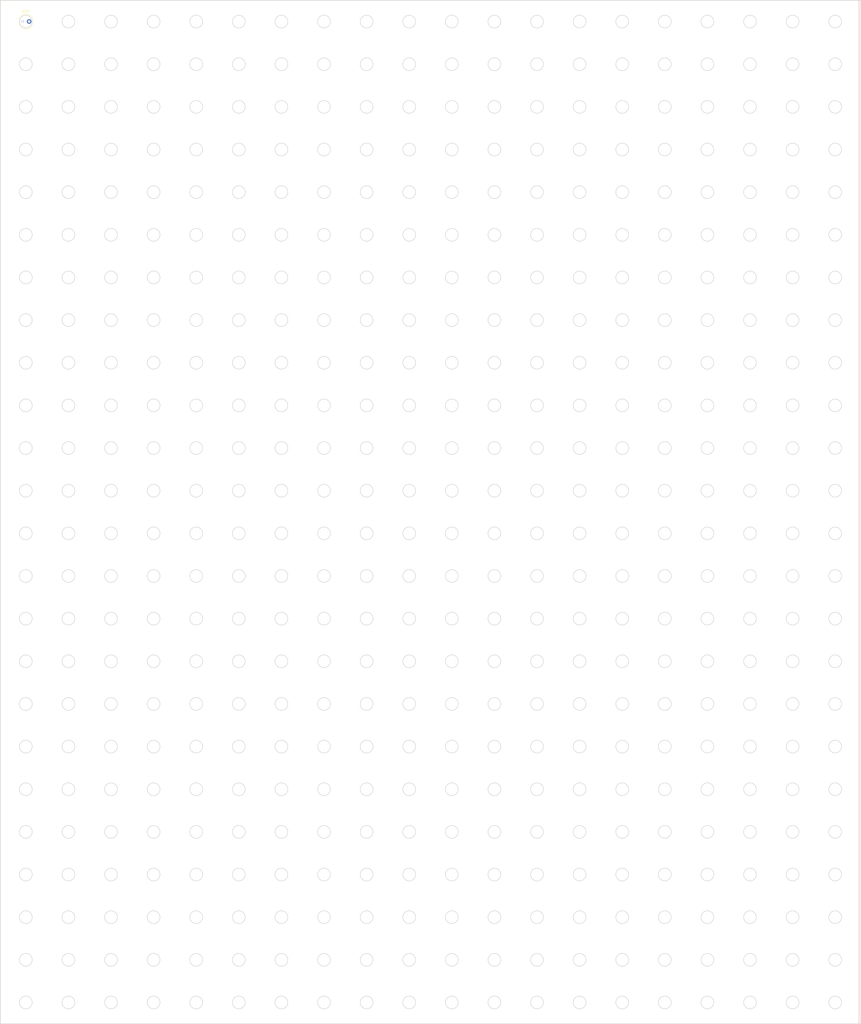
<source format=kicad_pcb>
(kicad_pcb (version 20241229) (generator "pcbnew") (generator_version "9.0")
  (layers (0 "F.Cu" signal) (2 "B.Cu" signal) (13 "F.Paste" user) (15 "B.Paste" user) (5 "F.SilkS" user "F.Silkscreen") (7 "B.SilkS" user "B.Silkscreen") (1 "F.Mask" user) (3 "B.Mask" user) (25 "Edge.Cuts" user))
  (net 0 "")
  (net 1 "Net-(D104-K)")
  (net 2 "Net-(D21-A)")
  (footprint "LED_THT:LED_D5.0mm" (layer "F.Cu") (at 305.78 168.72)
    (property "Reference" "D24" (at 1.27 -3.96 0) (layer "F.SilkS"))
    (property "Value" "LED")
    (pad "1" thru_hole circle (at 0 0) (size 1 1) (drill 0.9) (layers "*.Cu" "*.Mask") (net 1 "Net-(D104-K)"))
    (pad "2" thru_hole circle (at 2.54 0) (size 1.8 1.8) (drill 0.9) (layers "*.Cu" "*.Mask") (net 2 "Net-(D21-A)"))
  )
  (gr_circle (center 633.02 560.42) (end 633.03 560.42) (stroke (width 0.0001)) (fill yes) (layer "B.SilkS"))
  (gr_line (start 633.02 560.42) (end 297.02 560.42) (stroke (width 0.2)) (layer "B.SilkS"))
  (gr_line (start 633.03 560.42) (end 633.02 560.42) (stroke (width 0.0001)) (layer "B.SilkS"))
  (gr_line (start 633.02 160.42) (end 633.02 560.42) (stroke (width 0.2)) (layer "B.SilkS"))
  (gr_line (start 297.02 160.42) (end 633.02 160.42) (stroke (width 0.2)) (layer "B.SilkS"))
  (gr_line (start 297.02 560.42) (end 297.02 160.42) (stroke (width 0.2)) (layer "B.SilkS"))
  (gr_circle (center 307.02 235.42015) (end 307.02 235.41015) (stroke (width 0.0001)) (fill yes) (layer "Edge.Cuts"))
  (gr_circle (center 357.0201 202.08675) (end 357.0201 202.07675) (stroke (width 0.0001)) (fill yes) (layer "Edge.Cuts"))
  (gr_circle (center 323.6867 402.08715) (end 323.6867 399.58715) (stroke (width 0.2)) (fill no) (layer "Edge.Cuts"))
  (gr_circle (center 623.6873 435.42055) (end 623.6873 435.41055) (stroke (width 0.0001)) (fill yes) (layer "Edge.Cuts"))
  (gr_circle (center 507.0204 502.08735) (end 507.0204 502.07735) (stroke (width 0.0001)) (fill yes) (layer "Edge.Cuts"))
  (gr_circle (center 390.3535 302.08695) (end 390.3535 299.58695) (stroke (width 0.2)) (fill no) (layer "Edge.Cuts"))
  (gr_circle (center 507.0204 318.75365) (end 507.0204 318.74365) (stroke (width 0.0001)) (fill yes) (layer "Edge.Cuts"))
  (gr_circle (center 507.0204 268.75355) (end 507.0204 268.74355) (stroke (width 0.0001)) (fill yes) (layer "Edge.Cuts"))
  (gr_circle (center 373.6868 285.42025) (end 373.6868 285.41025) (stroke (width 0.0001)) (fill yes) (layer "Edge.Cuts"))
  (gr_circle (center 357.0201 552.08745) (end 357.0201 549.58745) (stroke (width 0.2)) (fill no) (layer "Edge.Cuts"))
  (gr_circle (center 573.6872 552.08745) (end 573.6872 549.58745) (stroke (width 0.2)) (fill no) (layer "Edge.Cuts"))
  (gr_circle (center 623.6873 402.08715) (end 623.6873 399.58715) (stroke (width 0.2)) (fill no) (layer "Edge.Cuts"))
  (gr_circle (center 423.6869 335.42035) (end 423.6869 332.92035) (stroke (width 0.2)) (fill no) (layer "Edge.Cuts"))
  (gr_circle (center 490.3537 235.42015) (end 490.3537 232.92015) (stroke (width 0.2)) (fill no) (layer "Edge.Cuts"))
  (gr_circle (center 390.3535 218.75345) (end 390.3535 218.74345) (stroke (width 0.0001)) (fill yes) (layer "Edge.Cuts"))
  (gr_circle (center 373.6868 352.08705) (end 373.6868 349.58705) (stroke (width 0.2)) (fill no) (layer "Edge.Cuts"))
  (gr_circle (center 507.0204 468.75395) (end 507.0204 468.74395) (stroke (width 0.0001)) (fill yes) (layer "Edge.Cuts"))
  (gr_circle (center 440.3536 518.75405) (end 440.3536 516.25405) (stroke (width 0.2)) (fill no) (layer "Edge.Cuts"))
  (gr_circle (center 473.687 435.42055) (end 473.687 435.41055) (stroke (width 0.0001)) (fill yes) (layer "Edge.Cuts"))
  (gr_circle (center 307.02 202.08675) (end 307.02 199.58675) (stroke (width 0.2)) (fill no) (layer "Edge.Cuts"))
  (gr_circle (center 357.0201 418.75385) (end 357.0201 416.25385) (stroke (width 0.2)) (fill no) (layer "Edge.Cuts"))
  (gr_circle (center 573.6872 435.42055) (end 573.6872 432.92055) (stroke (width 0.2)) (fill no) (layer "Edge.Cuts"))
  (gr_circle (center 440.3536 485.42065) (end 440.3536 485.41065) (stroke (width 0.0001)) (fill yes) (layer "Edge.Cuts"))
  (gr_circle (center 540.3538 452.08725) (end 540.3538 452.07725) (stroke (width 0.0001)) (fill yes) (layer "Edge.Cuts"))
  (gr_circle (center 440.3536 268.75355) (end 440.3536 266.25355) (stroke (width 0.2)) (fill no) (layer "Edge.Cuts"))
  (gr_circle (center 373.6868 185.42005) (end 373.6868 185.41005) (stroke (width 0.0001)) (fill yes) (layer "Edge.Cuts"))
  (gr_circle (center 407.0202 352.08705) (end 407.0202 352.07705) (stroke (width 0.0001)) (fill yes) (layer "Edge.Cuts"))
  (gr_circle (center 407.0202 385.42045) (end 407.0202 385.41045) (stroke (width 0.0001)) (fill yes) (layer "Edge.Cuts"))
  (gr_circle (center 323.6867 268.75355) (end 323.6867 266.25355) (stroke (width 0.2)) (fill no) (layer "Edge.Cuts"))
  (gr_circle (center 323.6867 218.75345) (end 323.6867 216.25345) (stroke (width 0.2)) (fill no) (layer "Edge.Cuts"))
  (gr_circle (center 523.6871 318.75365) (end 523.6871 316.25365) (stroke (width 0.2)) (fill no) (layer "Edge.Cuts"))
  (gr_circle (center 323.6867 335.42035) (end 323.6867 335.41035) (stroke (width 0.0001)) (fill yes) (layer "Edge.Cuts"))
  (gr_circle (center 440.3536 202.08675) (end 440.3536 202.07675) (stroke (width 0.0001)) (fill yes) (layer "Edge.Cuts"))
  (gr_circle (center 490.3537 218.75345) (end 490.3537 216.25345) (stroke (width 0.2)) (fill no) (layer "Edge.Cuts"))
  (gr_circle (center 340.3534 335.42035) (end 340.3534 332.92035) (stroke (width 0.2)) (fill no) (layer "Edge.Cuts"))
  (gr_circle (center 473.687 218.75345) (end 473.687 216.25345) (stroke (width 0.2)) (fill no) (layer "Edge.Cuts"))
  (gr_circle (center 457.0203 402.08715) (end 457.0203 402.07715) (stroke (width 0.0001)) (fill yes) (layer "Edge.Cuts"))
  (gr_circle (center 507.0204 402.08715) (end 507.0204 399.58715) (stroke (width 0.2)) (fill no) (layer "Edge.Cuts"))
  (gr_circle (center 440.3536 318.75365) (end 440.3536 318.74365) (stroke (width 0.0001)) (fill yes) (layer "Edge.Cuts"))
  (gr_circle (center 590.3539 385.42045) (end 590.3539 385.41045) (stroke (width 0.0001)) (fill yes) (layer "Edge.Cuts"))
  (gr_circle (center 323.6867 502.08735) (end 323.6867 502.07735) (stroke (width 0.0001)) (fill yes) (layer "Edge.Cuts"))
  (gr_circle (center 540.3538 268.75355) (end 540.3538 268.74355) (stroke (width 0.0001)) (fill yes) (layer "Edge.Cuts"))
  (gr_circle (center 307.02 535.42075) (end 307.02 532.92075) (stroke (width 0.2)) (fill no) (layer "Edge.Cuts"))
  (gr_circle (center 457.0203 268.75355) (end 457.0203 266.25355) (stroke (width 0.2)) (fill no) (layer "Edge.Cuts"))
  (gr_circle (center 373.6868 235.42015) (end 373.6868 232.92015) (stroke (width 0.2)) (fill no) (layer "Edge.Cuts"))
  (gr_circle (center 340.3534 402.08715) (end 340.3534 399.58715) (stroke (width 0.2)) (fill no) (layer "Edge.Cuts"))
  (gr_circle (center 590.3539 468.75395) (end 590.3539 468.74395) (stroke (width 0.0001)) (fill yes) (layer "Edge.Cuts"))
  (gr_circle (center 590.3539 518.75405) (end 590.3539 518.74405) (stroke (width 0.0001)) (fill yes) (layer "Edge.Cuts"))
  (gr_circle (center 590.3539 402.08715) (end 590.3539 402.07715) (stroke (width 0.0001)) (fill yes) (layer "Edge.Cuts"))
  (gr_circle (center 507.0204 518.75405) (end 507.0204 518.74405) (stroke (width 0.0001)) (fill yes) (layer "Edge.Cuts"))
  (gr_circle (center 323.6867 218.75345) (end 323.6867 218.74345) (stroke (width 0.0001)) (fill yes) (layer "Edge.Cuts"))
  (gr_circle (center 407.0202 485.42065) (end 407.0202 485.41065) (stroke (width 0.0001)) (fill yes) (layer "Edge.Cuts"))
  (gr_circle (center 607.0206 452.08725) (end 607.0206 452.07725) (stroke (width 0.0001)) (fill yes) (layer "Edge.Cuts"))
  (gr_circle (center 623.6873 268.75355) (end 623.6873 268.74355) (stroke (width 0.0001)) (fill yes) (layer "Edge.Cuts"))
  (gr_circle (center 373.6868 368.75375) (end 373.6868 368.74375) (stroke (width 0.0001)) (fill yes) (layer "Edge.Cuts"))
  (gr_circle (center 457.0203 202.08675) (end 457.0203 202.07675) (stroke (width 0.0001)) (fill yes) (layer "Edge.Cuts"))
  (gr_circle (center 457.0203 535.42075) (end 457.0203 532.92075) (stroke (width 0.2)) (fill no) (layer "Edge.Cuts"))
  (gr_circle (center 590.3539 168.75335) (end 590.3539 166.25335) (stroke (width 0.2)) (fill no) (layer "Edge.Cuts"))
  (gr_circle (center 357.0201 385.42045) (end 357.0201 382.92045) (stroke (width 0.2)) (fill no) (layer "Edge.Cuts"))
  (gr_circle (center 573.6872 235.42015) (end 573.6872 235.41015) (stroke (width 0.0001)) (fill yes) (layer "Edge.Cuts"))
  (gr_circle (center 473.687 535.42075) (end 473.687 535.41075) (stroke (width 0.0001)) (fill yes) (layer "Edge.Cuts"))
  (gr_circle (center 307.02 385.42045) (end 307.02 385.41045) (stroke (width 0.0001)) (fill yes) (layer "Edge.Cuts"))
  (gr_circle (center 540.3538 518.75405) (end 540.3538 516.25405) (stroke (width 0.2)) (fill no) (layer "Edge.Cuts"))
  (gr_circle (center 573.6872 185.42005) (end 573.6872 182.92005) (stroke (width 0.2)) (fill no) (layer "Edge.Cuts"))
  (gr_circle (center 473.687 252.08685) (end 473.687 252.07685) (stroke (width 0.0001)) (fill yes) (layer "Edge.Cuts"))
  (gr_circle (center 373.6868 552.08745) (end 373.6868 549.58745) (stroke (width 0.2)) (fill no) (layer "Edge.Cuts"))
  (gr_circle (center 523.6871 235.42015) (end 523.6871 235.41015) (stroke (width 0.0001)) (fill yes) (layer "Edge.Cuts"))
  (gr_circle (center 457.0203 435.42055) (end 457.0203 432.92055) (stroke (width 0.2)) (fill no) (layer "Edge.Cuts"))
  (gr_circle (center 373.6868 502.08735) (end 373.6868 499.58735) (stroke (width 0.2)) (fill no) (layer "Edge.Cuts"))
  (gr_circle (center 607.0206 385.42045) (end 607.0206 382.92045) (stroke (width 0.2)) (fill no) (layer "Edge.Cuts"))
  (gr_circle (center 457.0203 435.42055) (end 457.0203 435.41055) (stroke (width 0.0001)) (fill yes) (layer "Edge.Cuts"))
  (gr_circle (center 623.6873 285.42025) (end 623.6873 282.92025) (stroke (width 0.2)) (fill no) (layer "Edge.Cuts"))
  (gr_circle (center 523.6871 168.75335) (end 523.6871 168.74335) (stroke (width 0.0001)) (fill yes) (layer "Edge.Cuts"))
  (gr_circle (center 523.6871 485.42065) (end 523.6871 482.92065) (stroke (width 0.2)) (fill no) (layer "Edge.Cuts"))
  (gr_circle (center 557.0205 318.75365) (end 557.0205 316.25365) (stroke (width 0.2)) (fill no) (layer "Edge.Cuts"))
  (gr_circle (center 540.3538 252.08685) (end 540.3538 252.07685) (stroke (width 0.0001)) (fill yes) (layer "Edge.Cuts"))
  (gr_circle (center 407.0202 402.08715) (end 407.0202 399.58715) (stroke (width 0.2)) (fill no) (layer "Edge.Cuts"))
  (gr_circle (center 507.0204 302.08695) (end 507.0204 302.07695) (stroke (width 0.0001)) (fill yes) (layer "Edge.Cuts"))
  (gr_circle (center 457.0203 218.75345) (end 457.0203 218.74345) (stroke (width 0.0001)) (fill yes) (layer "Edge.Cuts"))
  (gr_circle (center 457.0203 468.75395) (end 457.0203 468.74395) (stroke (width 0.0001)) (fill yes) (layer "Edge.Cuts"))
  (gr_circle (center 423.6869 202.08675) (end 423.6869 202.07675) (stroke (width 0.0001)) (fill yes) (layer "Edge.Cuts"))
  (gr_circle (center 423.6869 368.75375) (end 423.6869 366.25375) (stroke (width 0.2)) (fill no) (layer "Edge.Cuts"))
  (gr_circle (center 407.0202 335.42035) (end 407.0202 335.41035) (stroke (width 0.0001)) (fill yes) (layer "Edge.Cuts"))
  (gr_circle (center 523.6871 518.75405) (end 523.6871 518.74405) (stroke (width 0.0001)) (fill yes) (layer "Edge.Cuts"))
  (gr_circle (center 573.6872 252.08685) (end 573.6872 252.07685) (stroke (width 0.0001)) (fill yes) (layer "Edge.Cuts"))
  (gr_circle (center 440.3536 185.42005) (end 440.3536 185.41005) (stroke (width 0.0001)) (fill yes) (layer "Edge.Cuts"))
  (gr_circle (center 390.3535 535.42075) (end 390.3535 532.92075) (stroke (width 0.2)) (fill no) (layer "Edge.Cuts"))
  (gr_circle (center 473.687 218.75345) (end 473.687 218.74345) (stroke (width 0.0001)) (fill yes) (layer "Edge.Cuts"))
  (gr_circle (center 507.0204 218.75345) (end 507.0204 218.74345) (stroke (width 0.0001)) (fill yes) (layer "Edge.Cuts"))
  (gr_circle (center 440.3536 268.75355) (end 440.3536 268.74355) (stroke (width 0.0001)) (fill yes) (layer "Edge.Cuts"))
  (gr_circle (center 440.3536 435.42055) (end 440.3536 435.41055) (stroke (width 0.0001)) (fill yes) (layer "Edge.Cuts"))
  (gr_circle (center 473.687 402.08715) (end 473.687 402.07715) (stroke (width 0.0001)) (fill yes) (layer "Edge.Cuts"))
  (gr_circle (center 557.0205 268.75355) (end 557.0205 266.25355) (stroke (width 0.2)) (fill no) (layer "Edge.Cuts"))
  (gr_circle (center 507.0204 202.08675) (end 507.0204 202.07675) (stroke (width 0.0001)) (fill yes) (layer "Edge.Cuts"))
  (gr_circle (center 573.6872 318.75365) (end 573.6872 318.74365) (stroke (width 0.0001)) (fill yes) (layer "Edge.Cuts"))
  (gr_line (start 633.6873 560.4208) (end 297.02 560.4208) (stroke (width 0.2)) (layer "Edge.Cuts"))
  (gr_circle (center 457.0203 518.75405) (end 457.0203 518.74405) (stroke (width 0.0001)) (fill yes) (layer "Edge.Cuts"))
  (gr_circle (center 407.0202 285.42025) (end 407.0202 282.92025) (stroke (width 0.2)) (fill no) (layer "Edge.Cuts"))
  (gr_circle (center 440.3536 285.42025) (end 440.3536 285.41025) (stroke (width 0.0001)) (fill yes) (layer "Edge.Cuts"))
  (gr_circle (center 357.0201 485.42065) (end 357.0201 485.41065) (stroke (width 0.0001)) (fill yes) (layer "Edge.Cuts"))
  (gr_circle (center 607.0206 252.08685) (end 607.0206 252.07685) (stroke (width 0.0001)) (fill yes) (layer "Edge.Cuts"))
  (gr_circle (center 307.02 552.08745) (end 307.02 552.07745) (stroke (width 0.0001)) (fill yes) (layer "Edge.Cuts"))
  (gr_circle (center 590.3539 252.08685) (end 590.3539 252.07685) (stroke (width 0.0001)) (fill yes) (layer "Edge.Cuts"))
  (gr_circle (center 473.687 235.42015) (end 473.687 232.92015) (stroke (width 0.2)) (fill no) (layer "Edge.Cuts"))
  (gr_circle (center 307.02 335.42035) (end 307.02 332.92035) (stroke (width 0.2)) (fill no) (layer "Edge.Cuts"))
  (gr_circle (center 323.6867 518.75405) (end 323.6867 518.74405) (stroke (width 0.0001)) (fill yes) (layer "Edge.Cuts"))
  (gr_circle (center 457.0203 252.08685) (end 457.0203 252.07685) (stroke (width 0.0001)) (fill yes) (layer "Edge.Cuts"))
  (gr_circle (center 357.0201 335.42035) (end 357.0201 335.41035) (stroke (width 0.0001)) (fill yes) (layer "Edge.Cuts"))
  (gr_circle (center 457.0203 468.75395) (end 457.0203 466.25395) (stroke (width 0.2)) (fill no) (layer "Edge.Cuts"))
  (gr_circle (center 307.02 318.75365) (end 307.02 318.74365) (stroke (width 0.0001)) (fill yes) (layer "Edge.Cuts"))
  (gr_circle (center 557.0205 235.42015) (end 557.0205 235.41015) (stroke (width 0.0001)) (fill yes) (layer "Edge.Cuts"))
  (gr_circle (center 423.6869 318.75365) (end 423.6869 318.74365) (stroke (width 0.0001)) (fill yes) (layer "Edge.Cuts"))
  (gr_circle (center 607.0206 302.08695) (end 607.0206 302.07695) (stroke (width 0.0001)) (fill yes) (layer "Edge.Cuts"))
  (gr_circle (center 590.3539 435.42055) (end 590.3539 435.41055) (stroke (width 0.0001)) (fill yes) (layer "Edge.Cuts"))
  (gr_circle (center 373.6868 485.42065) (end 373.6868 482.92065) (stroke (width 0.2)) (fill no) (layer "Edge.Cuts"))
  (gr_circle (center 373.6868 385.42045) (end 373.6868 385.41045) (stroke (width 0.0001)) (fill yes) (layer "Edge.Cuts"))
  (gr_circle (center 407.0202 285.42025) (end 407.0202 285.41025) (stroke (width 0.0001)) (fill yes) (layer "Edge.Cuts"))
  (gr_circle (center 307.02 285.42025) (end 307.02 285.41025) (stroke (width 0.0001)) (fill yes) (layer "Edge.Cuts"))
  (gr_circle (center 407.0202 168.75335) (end 407.0202 168.74335) (stroke (width 0.0001)) (fill yes) (layer "Edge.Cuts"))
  (gr_circle (center 340.3534 318.75365) (end 340.3534 316.25365) (stroke (width 0.2)) (fill no) (layer "Edge.Cuts"))
  (gr_circle (center 523.6871 335.42035) (end 523.6871 335.41035) (stroke (width 0.0001)) (fill yes) (layer "Edge.Cuts"))
  (gr_circle (center 523.6871 268.75355) (end 523.6871 266.25355) (stroke (width 0.2)) (fill no) (layer "Edge.Cuts"))
  (gr_circle (center 590.3539 235.42015) (end 590.3539 232.92015) (stroke (width 0.2)) (fill no) (layer "Edge.Cuts"))
  (gr_circle (center 323.6867 235.42015) (end 323.6867 235.41015) (stroke (width 0.0001)) (fill yes) (layer "Edge.Cuts"))
  (gr_circle (center 540.3538 285.42025) (end 540.3538 282.92025) (stroke (width 0.2)) (fill no) (layer "Edge.Cuts"))
  (gr_circle (center 540.3538 185.42005) (end 540.3538 182.92005) (stroke (width 0.2)) (fill no) (layer "Edge.Cuts"))
  (gr_circle (center 490.3537 535.42075) (end 490.3537 532.92075) (stroke (width 0.2)) (fill no) (layer "Edge.Cuts"))
  (gr_circle (center 457.0203 302.08695) (end 457.0203 302.07695) (stroke (width 0.0001)) (fill yes) (layer "Edge.Cuts"))
  (gr_circle (center 557.0205 418.75385) (end 557.0205 418.74385) (stroke (width 0.0001)) (fill yes) (layer "Edge.Cuts"))
  (gr_circle (center 373.6868 402.08715) (end 373.6868 402.07715) (stroke (width 0.0001)) (fill yes) (layer "Edge.Cuts"))
  (gr_circle (center 357.0201 252.08685) (end 357.0201 252.07685) (stroke (width 0.0001)) (fill yes) (layer "Edge.Cuts"))
  (gr_circle (center 490.3537 485.42065) (end 490.3537 482.92065) (stroke (width 0.2)) (fill no) (layer "Edge.Cuts"))
  (gr_circle (center 557.0205 352.08705) (end 557.0205 352.07705) (stroke (width 0.0001)) (fill yes) (layer "Edge.Cuts"))
  (gr_circle (center 507.0204 168.75335) (end 507.0204 168.74335) (stroke (width 0.0001)) (fill yes) (layer "Edge.Cuts"))
  (gr_circle (center 307.02 452.08725) (end 307.02 449.58725) (stroke (width 0.2)) (fill no) (layer "Edge.Cuts"))
  (gr_circle (center 607.0206 502.08735) (end 607.0206 499.58735) (stroke (width 0.2)) (fill no) (layer "Edge.Cuts"))
  (gr_circle (center 623.6873 285.42025) (end 623.6873 285.41025) (stroke (width 0.0001)) (fill yes) (layer "Edge.Cuts"))
  (gr_circle (center 623.6873 218.75345) (end 623.6873 216.25345) (stroke (width 0.2)) (fill no) (layer "Edge.Cuts"))
  (gr_circle (center 557.0205 235.42015) (end 557.0205 232.92015) (stroke (width 0.2)) (fill no) (layer "Edge.Cuts"))
  (gr_circle (center 490.3537 368.75375) (end 490.3537 368.74375) (stroke (width 0.0001)) (fill yes) (layer "Edge.Cuts"))
  (gr_circle (center 390.3535 552.08745) (end 390.3535 549.58745) (stroke (width 0.2)) (fill no) (layer "Edge.Cuts"))
  (gr_circle (center 390.3535 485.42065) (end 390.3535 485.41065) (stroke (width 0.0001)) (fill yes) (layer "Edge.Cuts"))
  (gr_circle (center 440.3536 235.42015) (end 440.3536 235.41015) (stroke (width 0.0001)) (fill yes) (layer "Edge.Cuts"))
  (gr_circle (center 557.0205 252.08685) (end 557.0205 252.07685) (stroke (width 0.0001)) (fill yes) (layer "Edge.Cuts"))
  (gr_circle (center 490.3537 518.75405) (end 490.3537 516.25405) (stroke (width 0.2)) (fill no) (layer "Edge.Cuts"))
  (gr_circle (center 607.0206 502.08735) (end 607.0206 502.07735) (stroke (width 0.0001)) (fill yes) (layer "Edge.Cuts"))
  (gr_circle (center 357.0201 168.75335) (end 357.0201 166.25335) (stroke (width 0.2)) (fill no) (layer "Edge.Cuts"))
  (gr_circle (center 573.6872 535.42075) (end 573.6872 535.41075) (stroke (width 0.0001)) (fill yes) (layer "Edge.Cuts"))
  (gr_circle (center 523.6871 502.08735) (end 523.6871 502.07735) (stroke (width 0.0001)) (fill yes) (layer "Edge.Cuts"))
  (gr_circle (center 523.6871 202.08675) (end 523.6871 202.07675) (stroke (width 0.0001)) (fill yes) (layer "Edge.Cuts"))
  (gr_circle (center 623.6873 302.08695) (end 623.6873 299.58695) (stroke (width 0.2)) (fill no) (layer "Edge.Cuts"))
  (gr_circle (center 540.3538 218.75345) (end 540.3538 218.74345) (stroke (width 0.0001)) (fill yes) (layer "Edge.Cuts"))
  (gr_circle (center 590.3539 218.75345) (end 590.3539 218.74345) (stroke (width 0.0001)) (fill yes) (layer "Edge.Cuts"))
  (gr_circle (center 473.687 368.75375) (end 473.687 368.74375) (stroke (width 0.0001)) (fill yes) (layer "Edge.Cuts"))
  (gr_circle (center 590.3539 368.75375) (end 590.3539 366.25375) (stroke (width 0.2)) (fill no) (layer "Edge.Cuts"))
  (gr_circle (center 473.687 185.42005) (end 473.687 182.92005) (stroke (width 0.2)) (fill no) (layer "Edge.Cuts"))
  (gr_circle (center 390.3535 435.42055) (end 390.3535 435.41055) (stroke (width 0.0001)) (fill yes) (layer "Edge.Cuts"))
  (gr_circle (center 573.6872 252.08685) (end 573.6872 249.58685) (stroke (width 0.2)) (fill no) (layer "Edge.Cuts"))
  (gr_circle (center 623.6873 252.08685) (end 623.6873 249.58685) (stroke (width 0.2)) (fill no) (layer "Edge.Cuts"))
  (gr_circle (center 373.6868 335.42035) (end 373.6868 332.92035) (stroke (width 0.2)) (fill no) (layer "Edge.Cuts"))
  (gr_circle (center 340.3534 235.42015) (end 340.3534 232.92015) (stroke (width 0.2)) (fill no) (layer "Edge.Cuts"))
  (gr_circle (center 323.6867 502.08735) (end 323.6867 499.58735) (stroke (width 0.2)) (fill no) (layer "Edge.Cuts"))
  (gr_circle (center 323.6867 535.42075) (end 323.6867 535.41075) (stroke (width 0.0001)) (fill yes) (layer "Edge.Cuts"))
  (gr_circle (center 440.3536 202.08675) (end 440.3536 199.58675) (stroke (width 0.2)) (fill no) (layer "Edge.Cuts"))
  (gr_circle (center 357.0201 268.75355) (end 357.0201 268.74355) (stroke (width 0.0001)) (fill yes) (layer "Edge.Cuts"))
  (gr_circle (center 457.0203 552.08745) (end 457.0203 552.07745) (stroke (width 0.0001)) (fill yes) (layer "Edge.Cuts"))
  (gr_circle (center 323.6867 168.75335) (end 323.6867 166.25335) (stroke (width 0.2)) (fill no) (layer "Edge.Cuts"))
  (gr_circle (center 407.0202 268.75355) (end 407.0202 268.74355) (stroke (width 0.0001)) (fill yes) (layer "Edge.Cuts"))
  (gr_circle (center 490.3537 202.08675) (end 490.3537 199.58675) (stroke (width 0.2)) (fill no) (layer "Edge.Cuts"))
  (gr_circle (center 540.3538 168.75335) (end 540.3538 166.25335) (stroke (width 0.2)) (fill no) (layer "Edge.Cuts"))
  (gr_circle (center 607.0206 185.42005) (end 607.0206 185.41005) (stroke (width 0.0001)) (fill yes) (layer "Edge.Cuts"))
  (gr_circle (center 607.0206 485.42065) (end 607.0206 485.41065) (stroke (width 0.0001)) (fill yes) (layer "Edge.Cuts"))
  (gr_circle (center 323.6867 302.08695) (end 323.6867 299.58695) (stroke (width 0.2)) (fill no) (layer "Edge.Cuts"))
  (gr_circle (center 390.3535 235.42015) (end 390.3535 232.92015) (stroke (width 0.2)) (fill no) (layer "Edge.Cuts"))
  (gr_circle (center 507.0204 202.08675) (end 507.0204 199.58675) (stroke (width 0.2)) (fill no) (layer "Edge.Cuts"))
  (gr_circle (center 457.0203 452.08725) (end 457.0203 449.58725) (stroke (width 0.2)) (fill no) (layer "Edge.Cuts"))
  (gr_line (start 297.02 560.4208) (end 297.02 160.42) (stroke (width 0.2)) (layer "Edge.Cuts"))
  (gr_circle (center 607.0206 452.08725) (end 607.0206 449.58725) (stroke (width 0.2)) (fill no) (layer "Edge.Cuts"))
  (gr_circle (center 590.3539 285.42025) (end 590.3539 285.41025) (stroke (width 0.0001)) (fill yes) (layer "Edge.Cuts"))
  (gr_circle (center 590.3539 185.42005) (end 590.3539 182.92005) (stroke (width 0.2)) (fill no) (layer "Edge.Cuts"))
  (gr_circle (center 440.3536 318.75365) (end 440.3536 316.25365) (stroke (width 0.2)) (fill no) (layer "Edge.Cuts"))
  (gr_circle (center 323.6867 468.75395) (end 323.6867 468.74395) (stroke (width 0.0001)) (fill yes) (layer "Edge.Cuts"))
  (gr_circle (center 490.3537 352.08705) (end 490.3537 352.07705) (stroke (width 0.0001)) (fill yes) (layer "Edge.Cuts"))
  (gr_circle (center 590.3539 352.08705) (end 590.3539 349.58705) (stroke (width 0.2)) (fill no) (layer "Edge.Cuts"))
  (gr_circle (center 523.6871 218.75345) (end 523.6871 216.25345) (stroke (width 0.2)) (fill no) (layer "Edge.Cuts"))
  (gr_circle (center 557.0205 435.42055) (end 557.0205 435.41055) (stroke (width 0.0001)) (fill yes) (layer "Edge.Cuts"))
  (gr_circle (center 623.6873 502.08735) (end 623.6873 499.58735) (stroke (width 0.2)) (fill no) (layer "Edge.Cuts"))
  (gr_circle (center 457.0203 235.42015) (end 457.0203 232.92015) (stroke (width 0.2)) (fill no) (layer "Edge.Cuts"))
  (gr_circle (center 373.6868 435.42055) (end 373.6868 432.92055) (stroke (width 0.2)) (fill no) (layer "Edge.Cuts"))
  (gr_circle (center 590.3539 318.75365) (end 590.3539 318.74365) (stroke (width 0.0001)) (fill yes) (layer "Edge.Cuts"))
  (gr_circle (center 307.02 185.42005) (end 307.02 182.92005) (stroke (width 0.2)) (fill no) (layer "Edge.Cuts"))
  (gr_circle (center 440.3536 402.08715) (end 440.3536 399.58715) (stroke (width 0.2)) (fill no) (layer "Edge.Cuts"))
  (gr_circle (center 607.0206 285.42025) (end 607.0206 285.41025) (stroke (width 0.0001)) (fill yes) (layer "Edge.Cuts"))
  (gr_circle (center 323.6867 318.75365) (end 323.6867 318.74365) (stroke (width 0.0001)) (fill yes) (layer "Edge.Cuts"))
  (gr_circle (center 440.3536 168.75335) (end 440.3536 166.25335) (stroke (width 0.2)) (fill no) (layer "Edge.Cuts"))
  (gr_circle (center 373.6868 418.75385) (end 373.6868 418.74385) (stroke (width 0.0001)) (fill yes) (layer "Edge.Cuts"))
  (gr_circle (center 323.6867 485.42065) (end 323.6867 482.92065) (stroke (width 0.2)) (fill no) (layer "Edge.Cuts"))
  (gr_circle (center 357.0201 318.75365) (end 357.0201 316.25365) (stroke (width 0.2)) (fill no) (layer "Edge.Cuts"))
  (gr_circle (center 623.6873 168.75335) (end 623.6873 166.25335) (stroke (width 0.2)) (fill no) (layer "Edge.Cuts"))
  (gr_circle (center 390.3535 252.08685) (end 390.3535 252.07685) (stroke (width 0.0001)) (fill yes) (layer "Edge.Cuts"))
  (gr_circle (center 490.3537 502.08735) (end 490.3537 499.58735) (stroke (width 0.2)) (fill no) (layer "Edge.Cuts"))
  (gr_circle (center 623.6873 368.75375) (end 623.6873 366.25375) (stroke (width 0.2)) (fill no) (layer "Edge.Cuts"))
  (gr_circle (center 340.3534 552.08745) (end 340.3534 552.07745) (stroke (width 0.0001)) (fill yes) (layer "Edge.Cuts"))
  (gr_circle (center 523.6871 518.75405) (end 523.6871 516.25405) (stroke (width 0.2)) (fill no) (layer "Edge.Cuts"))
  (gr_circle (center 490.3537 452.08725) (end 490.3537 452.07725) (stroke (width 0.0001)) (fill yes) (layer "Edge.Cuts"))
  (gr_circle (center 540.3538 552.08745) (end 540.3538 552.07745) (stroke (width 0.0001)) (fill yes) (layer "Edge.Cuts"))
  (gr_circle (center 573.6872 435.42055) (end 573.6872 435.41055) (stroke (width 0.0001)) (fill yes) (layer "Edge.Cuts"))
  (gr_circle (center 507.0204 252.08685) (end 507.0204 252.07685) (stroke (width 0.0001)) (fill yes) (layer "Edge.Cuts"))
  (gr_circle (center 440.3536 218.75345) (end 440.3536 218.74345) (stroke (width 0.0001)) (fill yes) (layer "Edge.Cuts"))
  (gr_circle (center 473.687 285.42025) (end 473.687 285.41025) (stroke (width 0.0001)) (fill yes) (layer "Edge.Cuts"))
  (gr_circle (center 407.0202 452.08725) (end 407.0202 452.07725) (stroke (width 0.0001)) (fill yes) (layer "Edge.Cuts"))
  (gr_circle (center 323.6867 252.08685) (end 323.6867 249.58685) (stroke (width 0.2)) (fill no) (layer "Edge.Cuts"))
  (gr_circle (center 490.3537 552.08745) (end 490.3537 549.58745) (stroke (width 0.2)) (fill no) (layer "Edge.Cuts"))
  (gr_circle (center 557.0205 185.42005) (end 557.0205 185.41005) (stroke (width 0.0001)) (fill yes) (layer "Edge.Cuts"))
  (gr_circle (center 590.3539 535.42075) (end 590.3539 535.41075) (stroke (width 0.0001)) (fill yes) (layer "Edge.Cuts"))
  (gr_circle (center 523.6871 185.42005) (end 523.6871 182.92005) (stroke (width 0.2)) (fill no) (layer "Edge.Cuts"))
  (gr_circle (center 523.6871 552.08745) (end 523.6871 552.07745) (stroke (width 0.0001)) (fill yes) (layer "Edge.Cuts"))
  (gr_circle (center 407.0202 185.42005) (end 407.0202 182.92005) (stroke (width 0.2)) (fill no) (layer "Edge.Cuts"))
  (gr_circle (center 590.3539 418.75385) (end 590.3539 418.74385) (stroke (width 0.0001)) (fill yes) (layer "Edge.Cuts"))
  (gr_circle (center 407.0202 468.75395) (end 407.0202 468.74395) (stroke (width 0.0001)) (fill yes) (layer "Edge.Cuts"))
  (gr_circle (center 390.3535 252.08685) (end 390.3535 249.58685) (stroke (width 0.2)) (fill no) (layer "Edge.Cuts"))
  (gr_circle (center 590.3539 552.08745) (end 590.3539 549.58745) (stroke (width 0.2)) (fill no) (layer "Edge.Cuts"))
  (gr_circle (center 457.0203 352.08705) (end 457.0203 352.07705) (stroke (width 0.0001)) (fill yes) (layer "Edge.Cuts"))
  (gr_circle (center 473.687 468.75395) (end 473.687 468.74395) (stroke (width 0.0001)) (fill yes) (layer "Edge.Cuts"))
  (gr_circle (center 573.6872 402.08715) (end 573.6872 402.07715) (stroke (width 0.0001)) (fill yes) (layer "Edge.Cuts"))
  (gr_circle (center 573.6872 352.08705) (end 573.6872 352.07705) (stroke (width 0.0001)) (fill yes) (layer "Edge.Cuts"))
  (gr_circle (center 407.0202 452.08725) (end 407.0202 449.58725) (stroke (width 0.2)) (fill no) (layer "Edge.Cuts"))
  (gr_circle (center 323.6867 168.75335) (end 323.6867 168.74335) (stroke (width 0.0001)) (fill yes) (layer "Edge.Cuts"))
  (gr_circle (center 340.3534 535.42075) (end 340.3534 532.92075) (stroke (width 0.2)) (fill no) (layer "Edge.Cuts"))
  (gr_circle (center 507.0204 435.42055) (end 507.0204 432.92055) (stroke (width 0.2)) (fill no) (layer "Edge.Cuts"))
  (gr_circle (center 523.6871 368.75375) (end 523.6871 368.74375) (stroke (width 0.0001)) (fill yes) (layer "Edge.Cuts"))
  (gr_circle (center 573.6872 418.75385) (end 573.6872 418.74385) (stroke (width 0.0001)) (fill yes) (layer "Edge.Cuts"))
  (gr_circle (center 407.0202 252.08685) (end 407.0202 252.07685) (stroke (width 0.0001)) (fill yes) (layer "Edge.Cuts"))
  (gr_circle (center 540.3538 302.08695) (end 540.3538 299.58695) (stroke (width 0.2)) (fill no) (layer "Edge.Cuts"))
  (gr_circle (center 373.6868 235.42015) (end 373.6868 235.41015) (stroke (width 0.0001)) (fill yes) (layer "Edge.Cuts"))
  (gr_circle (center 490.3537 202.08675) (end 490.3537 202.07675) (stroke (width 0.0001)) (fill yes) (layer "Edge.Cuts"))
  (gr_circle (center 323.6867 402.08715) (end 323.6867 402.07715) (stroke (width 0.0001)) (fill yes) (layer "Edge.Cuts"))
  (gr_circle (center 523.6871 335.42035) (end 523.6871 332.92035) (stroke (width 0.2)) (fill no) (layer "Edge.Cuts"))
  (gr_circle (center 573.6872 218.75345) (end 573.6872 218.74345) (stroke (width 0.0001)) (fill yes) (layer "Edge.Cuts"))
  (gr_circle (center 407.0202 318.75365) (end 407.0202 318.74365) (stroke (width 0.0001)) (fill yes) (layer "Edge.Cuts"))
  (gr_circle (center 307.02 252.08685) (end 307.02 249.58685) (stroke (width 0.2)) (fill no) (layer "Edge.Cuts"))
  (gr_circle (center 457.0203 418.75385) (end 457.0203 418.74385) (stroke (width 0.0001)) (fill yes) (layer "Edge.Cuts"))
  (gr_circle (center 407.0202 268.75355) (end 407.0202 266.25355) (stroke (width 0.2)) (fill no) (layer "Edge.Cuts"))
  (gr_circle (center 557.0205 518.75405) (end 557.0205 518.74405) (stroke (width 0.0001)) (fill yes) (layer "Edge.Cuts"))
  (gr_circle (center 407.0202 218.75345) (end 407.0202 218.74345) (stroke (width 0.0001)) (fill yes) (layer "Edge.Cuts"))
  (gr_circle (center 623.6873 402.08715) (end 623.6873 402.07715) (stroke (width 0.0001)) (fill yes) (layer "Edge.Cuts"))
  (gr_circle (center 307.02 268.75355) (end 307.02 268.74355) (stroke (width 0.0001)) (fill yes) (layer "Edge.Cuts"))
  (gr_circle (center 323.6867 385.42045) (end 323.6867 385.41045) (stroke (width 0.0001)) (fill yes) (layer "Edge.Cuts"))
  (gr_circle (center 473.687 518.75405) (end 473.687 516.25405) (stroke (width 0.2)) (fill no) (layer "Edge.Cuts"))
  (gr_circle (center 607.0206 202.08675) (end 607.0206 199.58675) (stroke (width 0.2)) (fill no) (layer "Edge.Cuts"))
  (gr_circle (center 490.3537 385.42045) (end 490.3537 382.92045) (stroke (width 0.2)) (fill no) (layer "Edge.Cuts"))
  (gr_circle (center 473.687 485.42065) (end 473.687 482.92065) (stroke (width 0.2)) (fill no) (layer "Edge.Cuts"))
  (gr_circle (center 340.3534 185.42005) (end 340.3534 182.92005) (stroke (width 0.2)) (fill no) (layer "Edge.Cuts"))
  (gr_circle (center 607.0206 435.42055) (end 607.0206 432.92055) (stroke (width 0.2)) (fill no) (layer "Edge.Cuts"))
  (gr_circle (center 573.6872 318.75365) (end 573.6872 316.25365) (stroke (width 0.2)) (fill no) (layer "Edge.Cuts"))
  (gr_circle (center 340.3534 302.08695) (end 340.3534 302.07695) (stroke (width 0.0001)) (fill yes) (layer "Edge.Cuts"))
  (gr_circle (center 340.3534 485.42065) (end 340.3534 482.92065) (stroke (width 0.2)) (fill no) (layer "Edge.Cuts"))
  (gr_circle (center 340.3534 285.42025) (end 340.3534 285.41025) (stroke (width 0.0001)) (fill yes) (layer "Edge.Cuts"))
  (gr_circle (center 473.687 185.42005) (end 473.687 185.41005) (stroke (width 0.0001)) (fill yes) (layer "Edge.Cuts"))
  (gr_circle (center 623.6873 502.08735) (end 623.6873 502.07735) (stroke (width 0.0001)) (fill yes) (layer "Edge.Cuts"))
  (gr_circle (center 523.6871 268.75355) (end 523.6871 268.74355) (stroke (width 0.0001)) (fill yes) (layer "Edge.Cuts"))
  (gr_circle (center 540.3538 402.08715) (end 540.3538 402.07715) (stroke (width 0.0001)) (fill yes) (layer "Edge.Cuts"))
  (gr_circle (center 323.6867 235.42015) (end 323.6867 232.92015) (stroke (width 0.2)) (fill no) (layer "Edge.Cuts"))
  (gr_circle (center 340.3534 335.42035) (end 340.3534 335.41035) (stroke (width 0.0001)) (fill yes) (layer "Edge.Cuts"))
  (gr_circle (center 340.3534 168.75335) (end 340.3534 166.25335) (stroke (width 0.2)) (fill no) (layer "Edge.Cuts"))
  (gr_circle (center 373.6868 318.75365) (end 373.6868 316.25365) (stroke (width 0.2)) (fill no) (layer "Edge.Cuts"))
  (gr_circle (center 390.3535 335.42035) (end 390.3535 335.41035) (stroke (width 0.0001)) (fill yes) (layer "Edge.Cuts"))
  (gr_circle (center 357.0201 452.08725) (end 357.0201 449.58725) (stroke (width 0.2)) (fill no) (layer "Edge.Cuts"))
  (gr_circle (center 523.6871 202.08675) (end 523.6871 199.58675) (stroke (width 0.2)) (fill no) (layer "Edge.Cuts"))
  (gr_circle (center 423.6869 235.42015) (end 423.6869 235.41015) (stroke (width 0.0001)) (fill yes) (layer "Edge.Cuts"))
  (gr_circle (center 507.0204 185.42005) (end 507.0204 185.41005) (stroke (width 0.0001)) (fill yes) (layer "Edge.Cuts"))
  (gr_circle (center 507.0204 435.42055) (end 507.0204 435.41055) (stroke (width 0.0001)) (fill yes) (layer "Edge.Cuts"))
  (gr_circle (center 307.02 168.75335) (end 307.02 168.74335) (stroke (width 0.0001)) (fill yes) (layer "Edge.Cuts"))
  (gr_circle (center 623.6873 235.42015) (end 623.6873 235.41015) (stroke (width 0.0001)) (fill yes) (layer "Edge.Cuts"))
  (gr_circle (center 473.687 318.75365) (end 473.687 316.25365) (stroke (width 0.2)) (fill no) (layer "Edge.Cuts"))
  (gr_circle (center 590.3539 535.42075) (end 590.3539 532.92075) (stroke (width 0.2)) (fill no) (layer "Edge.Cuts"))
  (gr_circle (center 457.0203 485.42065) (end 457.0203 485.41065) (stroke (width 0.0001)) (fill yes) (layer "Edge.Cuts"))
  (gr_circle (center 473.687 352.08705) (end 473.687 349.58705) (stroke (width 0.2)) (fill no) (layer "Edge.Cuts"))
  (gr_circle (center 490.3537 318.75365) (end 490.3537 316.25365) (stroke (width 0.2)) (fill no) (layer "Edge.Cuts"))
  (gr_circle (center 473.687 535.42075) (end 473.687 532.92075) (stroke (width 0.2)) (fill no) (layer "Edge.Cuts"))
  (gr_circle (center 423.6869 552.08745) (end 423.6869 552.07745) (stroke (width 0.0001)) (fill yes) (layer "Edge.Cuts"))
  (gr_circle (center 307.02 302.08695) (end 307.02 299.58695) (stroke (width 0.2)) (fill no) (layer "Edge.Cuts"))
  (gr_circle (center 457.0203 318.75365) (end 457.0203 316.25365) (stroke (width 0.2)) (fill no) (layer "Edge.Cuts"))
  (gr_circle (center 473.687 318.75365) (end 473.687 318.74365) (stroke (width 0.0001)) (fill yes) (layer "Edge.Cuts"))
  (gr_circle (center 623.6873 452.08725) (end 623.6873 449.58725) (stroke (width 0.2)) (fill no) (layer "Edge.Cuts"))
  (gr_circle (center 340.3534 302.08695) (end 340.3534 299.58695) (stroke (width 0.2)) (fill no) (layer "Edge.Cuts"))
  (gr_circle (center 457.0203 335.42035) (end 457.0203 332.92035) (stroke (width 0.2)) (fill no) (layer "Edge.Cuts"))
  (gr_circle (center 340.3534 252.08685) (end 340.3534 249.58685) (stroke (width 0.2)) (fill no) (layer "Edge.Cuts"))
  (gr_circle (center 507.0204 535.42075) (end 507.0204 532.92075) (stroke (width 0.2)) (fill no) (layer "Edge.Cuts"))
  (gr_circle (center 357.0201 402.08715) (end 357.0201 399.58715) (stroke (width 0.2)) (fill no) (layer "Edge.Cuts"))
  (gr_circle (center 590.3539 335.42035) (end 590.3539 335.41035) (stroke (width 0.0001)) (fill yes) (layer "Edge.Cuts"))
  (gr_circle (center 390.3535 352.08705) (end 390.3535 349.58705) (stroke (width 0.2)) (fill no) (layer "Edge.Cuts"))
  (gr_circle (center 540.3538 202.08675) (end 540.3538 199.58675) (stroke (width 0.2)) (fill no) (layer "Edge.Cuts"))
  (gr_circle (center 457.0203 452.08725) (end 457.0203 452.07725) (stroke (width 0.0001)) (fill yes) (layer "Edge.Cuts"))
  (gr_circle (center 440.3536 302.08695) (end 440.3536 302.07695) (stroke (width 0.0001)) (fill yes) (layer "Edge.Cuts"))
  (gr_circle (center 340.3534 168.75335) (end 340.3534 168.74335) (stroke (width 0.0001)) (fill yes) (layer "Edge.Cuts"))
  (gr_circle (center 457.0203 385.42045) (end 457.0203 385.41045) (stroke (width 0.0001)) (fill yes) (layer "Edge.Cuts"))
  (gr_circle (center 440.3536 252.08685) (end 440.3536 252.07685) (stroke (width 0.0001)) (fill yes) (layer "Edge.Cuts"))
  (gr_circle (center 623.6873 335.42035) (end 623.6873 332.92035) (stroke (width 0.2)) (fill no) (layer "Edge.Cuts"))
  (gr_circle (center 523.6871 218.75345) (end 523.6871 218.74345) (stroke (width 0.0001)) (fill yes) (layer "Edge.Cuts"))
  (gr_circle (center 440.3536 452.08725) (end 440.3536 449.58725) (stroke (width 0.2)) (fill no) (layer "Edge.Cuts"))
  (gr_circle (center 573.6872 535.42075) (end 573.6872 532.92075) (stroke (width 0.2)) (fill no) (layer "Edge.Cuts"))
  (gr_circle (center 590.3539 202.08675) (end 590.3539 199.58675) (stroke (width 0.2)) (fill no) (layer "Edge.Cuts"))
  (gr_circle (center 507.0204 318.75365) (end 507.0204 316.25365) (stroke (width 0.2)) (fill no) (layer "Edge.Cuts"))
  (gr_circle (center 307.02 368.75375) (end 307.02 368.74375) (stroke (width 0.0001)) (fill yes) (layer "Edge.Cuts"))
  (gr_circle (center 440.3536 452.08725) (end 440.3536 452.07725) (stroke (width 0.0001)) (fill yes) (layer "Edge.Cuts"))
  (gr_circle (center 357.0201 535.42075) (end 357.0201 535.41075) (stroke (width 0.0001)) (fill yes) (layer "Edge.Cuts"))
  (gr_circle (center 390.3535 418.75385) (end 390.3535 416.25385) (stroke (width 0.2)) (fill no) (layer "Edge.Cuts"))
  (gr_circle (center 423.6869 435.42055) (end 423.6869 432.92055) (stroke (width 0.2)) (fill no) (layer "Edge.Cuts"))
  (gr_circle (center 607.0206 352.08705) (end 607.0206 352.07705) (stroke (width 0.0001)) (fill yes) (layer "Edge.Cuts"))
  (gr_circle (center 373.6868 268.75355) (end 373.6868 266.25355) (stroke (width 0.2)) (fill no) (layer "Edge.Cuts"))
  (gr_circle (center 490.3537 418.75385) (end 490.3537 416.25385) (stroke (width 0.2)) (fill no) (layer "Edge.Cuts"))
  (gr_circle (center 590.3539 268.75355) (end 590.3539 266.25355) (stroke (width 0.2)) (fill no) (layer "Edge.Cuts"))
  (gr_circle (center 557.0205 468.75395) (end 557.0205 466.25395) (stroke (width 0.2)) (fill no) (layer "Edge.Cuts"))
  (gr_circle (center 390.3535 268.75355) (end 390.3535 266.25355) (stroke (width 0.2)) (fill no) (layer "Edge.Cuts"))
  (gr_circle (center 340.3534 368.75375) (end 340.3534 366.25375) (stroke (width 0.2)) (fill no) (layer "Edge.Cuts"))
  (gr_circle (center 557.0205 535.42075) (end 557.0205 532.92075) (stroke (width 0.2)) (fill no) (layer "Edge.Cuts"))
  (gr_circle (center 357.0201 552.08745) (end 357.0201 552.07745) (stroke (width 0.0001)) (fill yes) (layer "Edge.Cuts"))
  (gr_circle (center 323.6867 368.75375) (end 323.6867 368.74375) (stroke (width 0.0001)) (fill yes) (layer "Edge.Cuts"))
  (gr_circle (center 423.6869 302.08695) (end 423.6869 299.58695) (stroke (width 0.2)) (fill no) (layer "Edge.Cuts"))
  (gr_circle (center 623.6873 535.42075) (end 623.6873 532.92075) (stroke (width 0.2)) (fill no) (layer "Edge.Cuts"))
  (gr_circle (center 607.0206 535.42075) (end 607.0206 535.41075) (stroke (width 0.0001)) (fill yes) (layer "Edge.Cuts"))
  (gr_circle (center 407.0202 235.42015) (end 407.0202 232.92015) (stroke (width 0.2)) (fill no) (layer "Edge.Cuts"))
  (gr_circle (center 473.687 385.42045) (end 473.687 382.92045) (stroke (width 0.2)) (fill no) (layer "Edge.Cuts"))
  (gr_circle (center 323.6867 185.42005) (end 323.6867 182.92005) (stroke (width 0.2)) (fill no) (layer "Edge.Cuts"))
  (gr_circle (center 423.6869 318.75365) (end 423.6869 316.25365) (stroke (width 0.2)) (fill no) (layer "Edge.Cuts"))
  (gr_circle (center 423.6869 402.08715) (end 423.6869 402.07715) (stroke (width 0.0001)) (fill yes) (layer "Edge.Cuts"))
  (gr_circle (center 390.3535 535.42075) (end 390.3535 535.41075) (stroke (width 0.0001)) (fill yes) (layer "Edge.Cuts"))
  (gr_circle (center 457.0203 502.08735) (end 457.0203 502.07735) (stroke (width 0.0001)) (fill yes) (layer "Edge.Cuts"))
  (gr_circle (center 623.6873 485.42065) (end 623.6873 485.41065) (stroke (width 0.0001)) (fill yes) (layer "Edge.Cuts"))
  (gr_circle (center 340.3534 435.42055) (end 340.3534 435.41055) (stroke (width 0.0001)) (fill yes) (layer "Edge.Cuts"))
  (gr_circle (center 573.6872 518.75405) (end 573.6872 518.74405) (stroke (width 0.0001)) (fill yes) (layer "Edge.Cuts"))
  (gr_circle (center 623.6873 418.75385) (end 623.6873 416.25385) (stroke (width 0.2)) (fill no) (layer "Edge.Cuts"))
  (gr_circle (center 507.0204 418.75385) (end 507.0204 418.74385) (stroke (width 0.0001)) (fill yes) (layer "Edge.Cuts"))
  (gr_circle (center 507.0204 452.08725) (end 507.0204 449.58725) (stroke (width 0.2)) (fill no) (layer "Edge.Cuts"))
  (gr_circle (center 490.3537 318.75365) (end 490.3537 318.74365) (stroke (width 0.0001)) (fill yes) (layer "Edge.Cuts"))
  (gr_circle (center 507.0204 252.08685) (end 507.0204 249.58685) (stroke (width 0.2)) (fill no) (layer "Edge.Cuts"))
  (gr_circle (center 307.02 402.08715) (end 307.02 402.07715) (stroke (width 0.0001)) (fill yes) (layer "Edge.Cuts"))
  (gr_circle (center 623.6873 185.42005) (end 623.6873 182.92005) (stroke (width 0.2)) (fill no) (layer "Edge.Cuts"))
  (gr_circle (center 607.0206 418.75385) (end 607.0206 418.74385) (stroke (width 0.0001)) (fill yes) (layer "Edge.Cuts"))
  (gr_circle (center 457.0203 402.08715) (end 457.0203 399.58715) (stroke (width 0.2)) (fill no) (layer "Edge.Cuts"))
  (gr_circle (center 523.6871 435.42055) (end 523.6871 435.41055) (stroke (width 0.0001)) (fill yes) (layer "Edge.Cuts"))
  (gr_circle (center 490.3537 402.08715) (end 490.3537 402.07715) (stroke (width 0.0001)) (fill yes) (layer "Edge.Cuts"))
  (gr_circle (center 623.6873 452.08725) (end 623.6873 452.07725) (stroke (width 0.0001)) (fill yes) (layer "Edge.Cuts"))
  (gr_circle (center 407.0202 385.42045) (end 407.0202 382.92045) (stroke (width 0.2)) (fill no) (layer "Edge.Cuts"))
  (gr_circle (center 590.3539 402.08715) (end 590.3539 399.58715) (stroke (width 0.2)) (fill no) (layer "Edge.Cuts"))
  (gr_circle (center 307.02 552.08745) (end 307.02 549.58745) (stroke (width 0.2)) (fill no) (layer "Edge.Cuts"))
  (gr_circle (center 440.3536 185.42005) (end 440.3536 182.92005) (stroke (width 0.2)) (fill no) (layer "Edge.Cuts"))
  (gr_circle (center 540.3538 535.42075) (end 540.3538 532.92075) (stroke (width 0.2)) (fill no) (layer "Edge.Cuts"))
  (gr_circle (center 557.0205 485.42065) (end 557.0205 485.41065) (stroke (width 0.0001)) (fill yes) (layer "Edge.Cuts"))
  (gr_circle (center 590.3539 485.42065) (end 590.3539 482.92065) (stroke (width 0.2)) (fill no) (layer "Edge.Cuts"))
  (gr_circle (center 340.3534 202.08675) (end 340.3534 199.58675) (stroke (width 0.2)) (fill no) (layer "Edge.Cuts"))
  (gr_circle (center 373.6868 185.42005) (end 373.6868 182.92005) (stroke (width 0.2)) (fill no) (layer "Edge.Cuts"))
  (gr_circle (center 573.6872 552.08745) (end 573.6872 552.07745) (stroke (width 0.0001)) (fill yes) (layer "Edge.Cuts"))
  (gr_circle (center 607.0206 235.42015) (end 607.0206 235.41015) (stroke (width 0.0001)) (fill yes) (layer "Edge.Cuts"))
  (gr_circle (center 340.3534 218.75345) (end 340.3534 216.25345) (stroke (width 0.2)) (fill no) (layer "Edge.Cuts"))
  (gr_circle (center 423.6869 418.75385) (end 423.6869 418.74385) (stroke (width 0.0001)) (fill yes) (layer "Edge.Cuts"))
  (gr_circle (center 473.687 252.08685) (end 473.687 249.58685) (stroke (width 0.2)) (fill no) (layer "Edge.Cuts"))
  (gr_circle (center 423.6869 485.42065) (end 423.6869 485.41065) (stroke (width 0.0001)) (fill yes) (layer "Edge.Cuts"))
  (gr_circle (center 440.3536 552.08745) (end 440.3536 552.07745) (stroke (width 0.0001)) (fill yes) (layer "Edge.Cuts"))
  (gr_circle (center 340.3534 285.42025) (end 340.3534 282.92025) (stroke (width 0.2)) (fill no) (layer "Edge.Cuts"))
  (gr_circle (center 323.6867 418.75385) (end 323.6867 418.74385) (stroke (width 0.0001)) (fill yes) (layer "Edge.Cuts"))
  (gr_circle (center 523.6871 252.08685) (end 523.6871 249.58685) (stroke (width 0.2)) (fill no) (layer "Edge.Cuts"))
  (gr_circle (center 373.6868 385.42045) (end 373.6868 382.92045) (stroke (width 0.2)) (fill no) (layer "Edge.Cuts"))
  (gr_circle (center 373.6868 218.75345) (end 373.6868 216.25345) (stroke (width 0.2)) (fill no) (layer "Edge.Cuts"))
  (gr_circle (center 473.687 485.42065) (end 473.687 485.41065) (stroke (width 0.0001)) (fill yes) (layer "Edge.Cuts"))
  (gr_circle (center 407.0202 468.75395) (end 407.0202 466.25395) (stroke (width 0.2)) (fill no) (layer "Edge.Cuts"))
  (gr_circle (center 340.3534 268.75355) (end 340.3534 268.74355) (stroke (width 0.0001)) (fill yes) (layer "Edge.Cuts"))
  (gr_circle (center 623.6873 235.42015) (end 623.6873 232.92015) (stroke (width 0.2)) (fill no) (layer "Edge.Cuts"))
  (gr_circle (center 457.0203 168.75335) (end 457.0203 168.74335) (stroke (width 0.0001)) (fill yes) (layer "Edge.Cuts"))
  (gr_circle (center 590.3539 502.08735) (end 590.3539 502.07735) (stroke (width 0.0001)) (fill yes) (layer "Edge.Cuts"))
  (gr_circle (center 357.0201 185.42005) (end 357.0201 185.41005) (stroke (width 0.0001)) (fill yes) (layer "Edge.Cuts"))
  (gr_circle (center 607.0206 352.08705) (end 607.0206 349.58705) (stroke (width 0.2)) (fill no) (layer "Edge.Cuts"))
  (gr_circle (center 607.0206 485.42065) (end 607.0206 482.92065) (stroke (width 0.2)) (fill no) (layer "Edge.Cuts"))
  (gr_circle (center 607.0206 518.75405) (end 607.0206 516.25405) (stroke (width 0.2)) (fill no) (layer "Edge.Cuts"))
  (gr_circle (center 373.6868 252.08685) (end 373.6868 252.07685) (stroke (width 0.0001)) (fill yes) (layer "Edge.Cuts"))
  (gr_circle (center 407.0202 168.75335) (end 407.0202 166.25335) (stroke (width 0.2)) (fill no) (layer "Edge.Cuts"))
  (gr_circle (center 623.6873 535.42075) (end 623.6873 535.41075) (stroke (width 0.0001)) (fill yes) (layer "Edge.Cuts"))
  (gr_circle (center 557.0205 502.08735) (end 557.0205 499.58735) (stroke (width 0.2)) (fill no) (layer "Edge.Cuts"))
  (gr_circle (center 473.687 435.42055) (end 473.687 432.92055) (stroke (width 0.2)) (fill no) (layer "Edge.Cuts"))
  (gr_circle (center 390.3535 402.08715) (end 390.3535 402.07715) (stroke (width 0.0001)) (fill yes) (layer "Edge.Cuts"))
  (gr_circle (center 307.02 185.42005) (end 307.02 185.41005) (stroke (width 0.0001)) (fill yes) (layer "Edge.Cuts"))
  (gr_circle (center 557.0205 185.42005) (end 557.0205 182.92005) (stroke (width 0.2)) (fill no) (layer "Edge.Cuts"))
  (gr_circle (center 340.3534 502.08735) (end 340.3534 499.58735) (stroke (width 0.2)) (fill no) (layer "Edge.Cuts"))
  (gr_circle (center 340.3534 402.08715) (end 340.3534 402.07715) (stroke (width 0.0001)) (fill yes) (layer "Edge.Cuts"))
  (gr_circle (center 323.6867 268.75355) (end 323.6867 268.74355) (stroke (width 0.0001)) (fill yes) (layer "Edge.Cuts"))
  (gr_circle (center 440.3536 552.08745) (end 440.3536 549.58745) (stroke (width 0.2)) (fill no) (layer "Edge.Cuts"))
  (gr_circle (center 490.3537 168.75335) (end 490.3537 166.25335) (stroke (width 0.2)) (fill no) (layer "Edge.Cuts"))
  (gr_circle (center 507.0204 352.08705) (end 507.0204 349.58705) (stroke (width 0.2)) (fill no) (layer "Edge.Cuts"))
  (gr_circle (center 507.0204 368.75375) (end 507.0204 366.25375) (stroke (width 0.2)) (fill no) (layer "Edge.Cuts"))
  (gr_circle (center 340.3534 252.08685) (end 340.3534 252.07685) (stroke (width 0.0001)) (fill yes) (layer "Edge.Cuts"))
  (gr_circle (center 590.3539 285.42025) (end 590.3539 282.92025) (stroke (width 0.2)) (fill no) (layer "Edge.Cuts"))
  (gr_circle (center 340.3534 318.75365) (end 340.3534 318.74365) (stroke (width 0.0001)) (fill yes) (layer "Edge.Cuts"))
  (gr_circle (center 473.687 385.42045) (end 473.687 385.41045) (stroke (width 0.0001)) (fill yes) (layer "Edge.Cuts"))
  (gr_circle (center 407.0202 402.08715) (end 407.0202 402.07715) (stroke (width 0.0001)) (fill yes) (layer "Edge.Cuts"))
  (gr_circle (center 440.3536 418.75385) (end 440.3536 418.74385) (stroke (width 0.0001)) (fill yes) (layer "Edge.Cuts"))
  (gr_circle (center 523.6871 185.42005) (end 523.6871 185.41005) (stroke (width 0.0001)) (fill yes) (layer "Edge.Cuts"))
  (gr_circle (center 607.0206 218.75345) (end 607.0206 216.25345) (stroke (width 0.2)) (fill no) (layer "Edge.Cuts"))
  (gr_circle (center 423.6869 535.42075) (end 423.6869 535.41075) (stroke (width 0.0001)) (fill yes) (layer "Edge.Cuts"))
  (gr_circle (center 340.3534 185.42005) (end 340.3534 185.41005) (stroke (width 0.0001)) (fill yes) (layer "Edge.Cuts"))
  (gr_circle (center 473.687 268.75355) (end 473.687 266.25355) (stroke (width 0.2)) (fill no) (layer "Edge.Cuts"))
  (gr_circle (center 440.3536 235.42015) (end 440.3536 232.92015) (stroke (width 0.2)) (fill no) (layer "Edge.Cuts"))
  (gr_circle (center 623.6873 302.08695) (end 623.6873 302.07695) (stroke (width 0.0001)) (fill yes) (layer "Edge.Cuts"))
  (gr_circle (center 557.0205 318.75365) (end 557.0205 318.74365) (stroke (width 0.0001)) (fill yes) (layer "Edge.Cuts"))
  (gr_circle (center 473.687 352.08705) (end 473.687 352.07705) (stroke (width 0.0001)) (fill yes) (layer "Edge.Cuts"))
  (gr_circle (center 557.0205 368.75375) (end 557.0205 368.74375) (stroke (width 0.0001)) (fill yes) (layer "Edge.Cuts"))
  (gr_circle (center 523.6871 302.08695) (end 523.6871 299.58695) (stroke (width 0.2)) (fill no) (layer "Edge.Cuts"))
  (gr_circle (center 357.0201 285.42025) (end 357.0201 285.41025) (stroke (width 0.0001)) (fill yes) (layer "Edge.Cuts"))
  (gr_circle (center 623.6873 352.08705) (end 623.6873 352.07705) (stroke (width 0.0001)) (fill yes) (layer "Edge.Cuts"))
  (gr_circle (center 507.0204 518.75405) (end 507.0204 516.25405) (stroke (width 0.2)) (fill no) (layer "Edge.Cuts"))
  (gr_circle (center 407.0202 502.08735) (end 407.0202 502.07735) (stroke (width 0.0001)) (fill yes) (layer "Edge.Cuts"))
  (gr_circle (center 423.6869 285.42025) (end 423.6869 282.92025) (stroke (width 0.2)) (fill no) (layer "Edge.Cuts"))
  (gr_circle (center 523.6871 385.42045) (end 523.6871 382.92045) (stroke (width 0.2)) (fill no) (layer "Edge.Cuts"))
  (gr_circle (center 540.3538 452.08725) (end 540.3538 449.58725) (stroke (width 0.2)) (fill no) (layer "Edge.Cuts"))
  (gr_circle (center 540.3538 335.42035) (end 540.3538 332.92035) (stroke (width 0.2)) (fill no) (layer "Edge.Cuts"))
  (gr_circle (center 490.3537 452.08725) (end 490.3537 449.58725) (stroke (width 0.2)) (fill no) (layer "Edge.Cuts"))
  (gr_circle (center 340.3534 485.42065) (end 340.3534 485.41065) (stroke (width 0.0001)) (fill yes) (layer "Edge.Cuts"))
  (gr_circle (center 323.6867 468.75395) (end 323.6867 466.25395) (stroke (width 0.2)) (fill no) (layer "Edge.Cuts"))
  (gr_circle (center 590.3539 352.08705) (end 590.3539 352.07705) (stroke (width 0.0001)) (fill yes) (layer "Edge.Cuts"))
  (gr_circle (center 540.3538 318.75365) (end 540.3538 316.25365) (stroke (width 0.2)) (fill no) (layer "Edge.Cuts"))
  (gr_circle (center 373.6868 485.42065) (end 373.6868 485.41065) (stroke (width 0.0001)) (fill yes) (layer "Edge.Cuts"))
  (gr_circle (center 340.3534 518.75405) (end 340.3534 516.25405) (stroke (width 0.2)) (fill no) (layer "Edge.Cuts"))
  (gr_circle (center 607.0206 235.42015) (end 607.0206 232.92015) (stroke (width 0.2)) (fill no) (layer "Edge.Cuts"))
  (gr_circle (center 490.3537 252.08685) (end 490.3537 252.07685) (stroke (width 0.0001)) (fill yes) (layer "Edge.Cuts"))
  (gr_circle (center 307.02 385.42045) (end 307.02 382.92045) (stroke (width 0.2)) (fill no) (layer "Edge.Cuts"))
  (gr_circle (center 590.3539 452.08725) (end 590.3539 449.58725) (stroke (width 0.2)) (fill no) (layer "Edge.Cuts"))
  (gr_circle (center 307.02 435.42055) (end 307.02 432.92055) (stroke (width 0.2)) (fill no) (layer "Edge.Cuts"))
  (gr_circle (center 407.0202 435.42055) (end 407.0202 432.92055) (stroke (width 0.2)) (fill no) (layer "Edge.Cuts"))
  (gr_circle (center 623.6873 168.75335) (end 623.6873 168.74335) (stroke (width 0.0001)) (fill yes) (layer "Edge.Cuts"))
  (gr_circle (center 307.02 485.42065) (end 307.02 482.92065) (stroke (width 0.2)) (fill no) (layer "Edge.Cuts"))
  (gr_circle (center 373.6868 352.08705) (end 373.6868 352.07705) (stroke (width 0.0001)) (fill yes) (layer "Edge.Cuts"))
  (gr_circle (center 573.6872 468.75395) (end 573.6872 468.74395) (stroke (width 0.0001)) (fill yes) (layer "Edge.Cuts"))
  (gr_circle (center 357.0201 368.75375) (end 357.0201 368.74375) (stroke (width 0.0001)) (fill yes) (layer "Edge.Cuts"))
  (gr_circle (center 373.6868 218.75345) (end 373.6868 218.74345) (stroke (width 0.0001)) (fill yes) (layer "Edge.Cuts"))
  (gr_circle (center 340.3534 352.08705) (end 340.3534 349.58705) (stroke (width 0.2)) (fill no) (layer "Edge.Cuts"))
  (gr_circle (center 573.6872 302.08695) (end 573.6872 302.07695) (stroke (width 0.0001)) (fill yes) (layer "Edge.Cuts"))
  (gr_circle (center 490.3537 268.75355) (end 490.3537 266.25355) (stroke (width 0.2)) (fill no) (layer "Edge.Cuts"))
  (gr_circle (center 623.6873 368.75375) (end 623.6873 368.74375) (stroke (width 0.0001)) (fill yes) (layer "Edge.Cuts"))
  (gr_circle (center 357.0201 402.08715) (end 357.0201 402.07715) (stroke (width 0.0001)) (fill yes) (layer "Edge.Cuts"))
  (gr_circle (center 590.3539 452.08725) (end 590.3539 452.07725) (stroke (width 0.0001)) (fill yes) (layer "Edge.Cuts"))
  (gr_circle (center 440.3536 335.42035) (end 440.3536 332.92035) (stroke (width 0.2)) (fill no) (layer "Edge.Cuts"))
  (gr_circle (center 407.0202 518.75405) (end 407.0202 518.74405) (stroke (width 0.0001)) (fill yes) (layer "Edge.Cuts"))
  (gr_circle (center 523.6871 285.42025) (end 523.6871 285.41025) (stroke (width 0.0001)) (fill yes) (layer "Edge.Cuts"))
  (gr_circle (center 323.6867 285.42025) (end 323.6867 285.41025) (stroke (width 0.0001)) (fill yes) (layer "Edge.Cuts"))
  (gr_circle (center 540.3538 502.08735) (end 540.3538 499.58735) (stroke (width 0.2)) (fill no) (layer "Edge.Cuts"))
  (gr_circle (center 440.3536 168.75335) (end 440.3536 168.74335) (stroke (width 0.0001)) (fill yes) (layer "Edge.Cuts"))
  (gr_circle (center 440.3536 502.08735) (end 440.3536 499.58735) (stroke (width 0.2)) (fill no) (layer "Edge.Cuts"))
  (gr_circle (center 557.0205 402.08715) (end 557.0205 402.07715) (stroke (width 0.0001)) (fill yes) (layer "Edge.Cuts"))
  (gr_circle (center 440.3536 218.75345) (end 440.3536 216.25345) (stroke (width 0.2)) (fill no) (layer "Edge.Cuts"))
  (gr_circle (center 540.3538 435.42055) (end 540.3538 435.41055) (stroke (width 0.0001)) (fill yes) (layer "Edge.Cuts"))
  (gr_circle (center 540.3538 552.08745) (end 540.3538 549.58745) (stroke (width 0.2)) (fill no) (layer "Edge.Cuts"))
  (gr_circle (center 540.3538 352.08705) (end 540.3538 352.07705) (stroke (width 0.0001)) (fill yes) (layer "Edge.Cuts"))
  (gr_circle (center 440.3536 335.42035) (end 440.3536 335.41035) (stroke (width 0.0001)) (fill yes) (layer "Edge.Cuts"))
  (gr_circle (center 307.02 252.08685) (end 307.02 252.07685) (stroke (width 0.0001)) (fill yes) (layer "Edge.Cuts"))
  (gr_circle (center 573.6872 418.75385) (end 573.6872 416.25385) (stroke (width 0.2)) (fill no) (layer "Edge.Cuts"))
  (gr_circle (center 623.6873 485.42065) (end 623.6873 482.92065) (stroke (width 0.2)) (fill no) (layer "Edge.Cuts"))
  (gr_circle (center 307.02 535.42075) (end 307.02 535.41075) (stroke (width 0.0001)) (fill yes) (layer "Edge.Cuts"))
  (gr_circle (center 407.0202 485.42065) (end 407.0202 482.92065) (stroke (width 0.2)) (fill no) (layer "Edge.Cuts"))
  (gr_circle (center 423.6869 185.42005) (end 423.6869 185.41005) (stroke (width 0.0001)) (fill yes) (layer "Edge.Cuts"))
  (gr_circle (center 473.687 518.75405) (end 473.687 518.74405) (stroke (width 0.0001)) (fill yes) (layer "Edge.Cuts"))
  (gr_circle (center 590.3539 518.75405) (end 590.3539 516.25405) (stroke (width 0.2)) (fill no) (layer "Edge.Cuts"))
  (gr_circle (center 457.0203 302.08695) (end 457.0203 299.58695) (stroke (width 0.2)) (fill no) (layer "Edge.Cuts"))
  (gr_circle (center 407.0202 552.08745) (end 407.0202 552.07745) (stroke (width 0.0001)) (fill yes) (layer "Edge.Cuts"))
  (gr_circle (center 557.0205 385.42045) (end 557.0205 382.92045) (stroke (width 0.2)) (fill no) (layer "Edge.Cuts"))
  (gr_circle (center 557.0205 452.08725) (end 557.0205 452.07725) (stroke (width 0.0001)) (fill yes) (layer "Edge.Cuts"))
  (gr_circle (center 407.0202 552.08745) (end 407.0202 549.58745) (stroke (width 0.2)) (fill no) (layer "Edge.Cuts"))
  (gr_circle (center 307.02 418.75385) (end 307.02 418.74385) (stroke (width 0.0001)) (fill yes) (layer "Edge.Cuts"))
  (gr_circle (center 523.6871 385.42045) (end 523.6871 385.41045) (stroke (width 0.0001)) (fill yes) (layer "Edge.Cuts"))
  (gr_circle (center 440.3536 468.75395) (end 440.3536 468.74395) (stroke (width 0.0001)) (fill yes) (layer "Edge.Cuts"))
  (gr_circle (center 523.6871 252.08685) (end 523.6871 252.07685) (stroke (width 0.0001)) (fill yes) (layer "Edge.Cuts"))
  (gr_circle (center 523.6871 402.08715) (end 523.6871 399.58715) (stroke (width 0.2)) (fill no) (layer "Edge.Cuts"))
  (gr_circle (center 423.6869 468.75395) (end 423.6869 466.25395) (stroke (width 0.2)) (fill no) (layer "Edge.Cuts"))
  (gr_circle (center 457.0203 252.08685) (end 457.0203 249.58685) (stroke (width 0.2)) (fill no) (layer "Edge.Cuts"))
  (gr_circle (center 423.6869 502.08735) (end 423.6869 499.58735) (stroke (width 0.2)) (fill no) (layer "Edge.Cuts"))
  (gr_circle (center 373.6868 168.75335) (end 373.6868 166.25335) (stroke (width 0.2)) (fill no) (layer "Edge.Cuts"))
  (gr_circle (center 390.3535 185.42005) (end 390.3535 182.92005) (stroke (width 0.2)) (fill no) (layer "Edge.Cuts"))
  (gr_circle (center 457.0203 285.42025) (end 457.0203 282.92025) (stroke (width 0.2)) (fill no) (layer "Edge.Cuts"))
  (gr_circle (center 523.6871 452.08725) (end 523.6871 452.07725) (stroke (width 0.0001)) (fill yes) (layer "Edge.Cuts"))
  (gr_circle (center 357.0201 435.42055) (end 357.0201 435.41055) (stroke (width 0.0001)) (fill yes) (layer "Edge.Cuts"))
  (gr_circle (center 423.6869 218.75345) (end 423.6869 216.25345) (stroke (width 0.2)) (fill no) (layer "Edge.Cuts"))
  (gr_circle (center 623.6873 202.08675) (end 623.6873 199.58675) (stroke (width 0.2)) (fill no) (layer "Edge.Cuts"))
  (gr_circle (center 590.3539 385.42045) (end 590.3539 382.92045) (stroke (width 0.2)) (fill no) (layer "Edge.Cuts"))
  (gr_circle (center 390.3535 452.08725) (end 390.3535 452.07725) (stroke (width 0.0001)) (fill yes) (layer "Edge.Cuts"))
  (gr_circle (center 590.3539 218.75345) (end 590.3539 216.25345) (stroke (width 0.2)) (fill no) (layer "Edge.Cuts"))
  (gr_circle (center 357.0201 502.08735) (end 357.0201 502.07735) (stroke (width 0.0001)) (fill yes) (layer "Edge.Cuts"))
  (gr_circle (center 523.6871 485.42065) (end 523.6871 485.41065) (stroke (width 0.0001)) (fill yes) (layer "Edge.Cuts"))
  (gr_circle (center 473.687 452.08725) (end 473.687 449.58725) (stroke (width 0.2)) (fill no) (layer "Edge.Cuts"))
  (gr_circle (center 373.6868 552.08745) (end 373.6868 552.07745) (stroke (width 0.0001)) (fill yes) (layer "Edge.Cuts"))
  (gr_circle (center 373.6868 535.42075) (end 373.6868 532.92075) (stroke (width 0.2)) (fill no) (layer "Edge.Cuts"))
  (gr_circle (center 440.3536 285.42025) (end 440.3536 282.92025) (stroke (width 0.2)) (fill no) (layer "Edge.Cuts"))
  (gr_circle (center 507.0204 185.42005) (end 507.0204 182.92005) (stroke (width 0.2)) (fill no) (layer "Edge.Cuts"))
  (gr_circle (center 540.3538 352.08705) (end 540.3538 349.58705) (stroke (width 0.2)) (fill no) (layer "Edge.Cuts"))
  (gr_circle (center 407.0202 535.42075) (end 407.0202 532.92075) (stroke (width 0.2)) (fill no) (layer "Edge.Cuts"))
  (gr_circle (center 623.6873 385.42045) (end 623.6873 385.41045) (stroke (width 0.0001)) (fill yes) (layer "Edge.Cuts"))
  (gr_circle (center 357.0201 352.08705) (end 357.0201 349.58705) (stroke (width 0.2)) (fill no) (layer "Edge.Cuts"))
  (gr_circle (center 307.02 218.75345) (end 307.02 218.74345) (stroke (width 0.0001)) (fill yes) (layer "Edge.Cuts"))
  (gr_circle (center 390.3535 502.08735) (end 390.3535 502.07735) (stroke (width 0.0001)) (fill yes) (layer "Edge.Cuts"))
  (gr_circle (center 523.6871 468.75395) (end 523.6871 466.25395) (stroke (width 0.2)) (fill no) (layer "Edge.Cuts"))
  (gr_circle (center 540.3538 485.42065) (end 540.3538 482.92065) (stroke (width 0.2)) (fill no) (layer "Edge.Cuts"))
  (gr_circle (center 423.6869 235.42015) (end 423.6869 232.92015) (stroke (width 0.2)) (fill no) (layer "Edge.Cuts"))
  (gr_circle (center 623.6873 468.75395) (end 623.6873 466.25395) (stroke (width 0.2)) (fill no) (layer "Edge.Cuts"))
  (gr_circle (center 340.3534 518.75405) (end 340.3534 518.74405) (stroke (width 0.0001)) (fill yes) (layer "Edge.Cuts"))
  (gr_circle (center 407.0202 302.08695) (end 407.0202 302.07695) (stroke (width 0.0001)) (fill yes) (layer "Edge.Cuts"))
  (gr_circle (center 490.3537 468.75395) (end 490.3537 466.25395) (stroke (width 0.2)) (fill no) (layer "Edge.Cuts"))
  (gr_circle (center 390.3535 185.42005) (end 390.3535 185.41005) (stroke (width 0.0001)) (fill yes) (layer "Edge.Cuts"))
  (gr_circle (center 423.6869 302.08695) (end 423.6869 302.07695) (stroke (width 0.0001)) (fill yes) (layer "Edge.Cuts"))
  (gr_circle (center 423.6869 185.42005) (end 423.6869 182.92005) (stroke (width 0.2)) (fill no) (layer "Edge.Cuts"))
  (gr_circle (center 590.3539 185.42005) (end 590.3539 185.41005) (stroke (width 0.0001)) (fill yes) (layer "Edge.Cuts"))
  (gr_circle (center 507.0204 268.75355) (end 507.0204 266.25355) (stroke (width 0.2)) (fill no) (layer "Edge.Cuts"))
  (gr_circle (center 423.6869 452.08725) (end 423.6869 452.07725) (stroke (width 0.0001)) (fill yes) (layer "Edge.Cuts"))
  (gr_circle (center 607.0206 402.08715) (end 607.0206 399.58715) (stroke (width 0.2)) (fill no) (layer "Edge.Cuts"))
  (gr_circle (center 373.6868 435.42055) (end 373.6868 435.41055) (stroke (width 0.0001)) (fill yes) (layer "Edge.Cuts"))
  (gr_circle (center 423.6869 352.08705) (end 423.6869 352.07705) (stroke (width 0.0001)) (fill yes) (layer "Edge.Cuts"))
  (gr_circle (center 490.3537 335.42035) (end 490.3537 335.41035) (stroke (width 0.0001)) (fill yes) (layer "Edge.Cuts"))
  (gr_circle (center 540.3538 535.42075) (end 540.3538 535.41075) (stroke (width 0.0001)) (fill yes) (layer "Edge.Cuts"))
  (gr_circle (center 440.3536 468.75395) (end 440.3536 466.25395) (stroke (width 0.2)) (fill no) (layer "Edge.Cuts"))
  (gr_circle (center 307.02 302.08695) (end 307.02 302.07695) (stroke (width 0.0001)) (fill yes) (layer "Edge.Cuts"))
  (gr_circle (center 557.0205 485.42065) (end 557.0205 482.92065) (stroke (width 0.2)) (fill no) (layer "Edge.Cuts"))
  (gr_circle (center 607.0206 402.08715) (end 607.0206 402.07715) (stroke (width 0.0001)) (fill yes) (layer "Edge.Cuts"))
  (gr_circle (center 490.3537 518.75405) (end 490.3537 518.74405) (stroke (width 0.0001)) (fill yes) (layer "Edge.Cuts"))
  (gr_circle (center 423.6869 518.75405) (end 423.6869 518.74405) (stroke (width 0.0001)) (fill yes) (layer "Edge.Cuts"))
  (gr_circle (center 340.3534 235.42015) (end 340.3534 235.41015) (stroke (width 0.0001)) (fill yes) (layer "Edge.Cuts"))
  (gr_circle (center 373.6868 285.42025) (end 373.6868 282.92025) (stroke (width 0.2)) (fill no) (layer "Edge.Cuts"))
  (gr_circle (center 607.0206 318.75365) (end 607.0206 316.25365) (stroke (width 0.2)) (fill no) (layer "Edge.Cuts"))
  (gr_circle (center 340.3534 352.08705) (end 340.3534 352.07705) (stroke (width 0.0001)) (fill yes) (layer "Edge.Cuts"))
  (gr_circle (center 390.3535 552.08745) (end 390.3535 552.07745) (stroke (width 0.0001)) (fill yes) (layer "Edge.Cuts"))
  (gr_circle (center 340.3534 368.75375) (end 340.3534 368.74375) (stroke (width 0.0001)) (fill yes) (layer "Edge.Cuts"))
  (gr_circle (center 390.3535 168.75335) (end 390.3535 166.25335) (stroke (width 0.2)) (fill no) (layer "Edge.Cuts"))
  (gr_circle (center 423.6869 268.75355) (end 423.6869 266.25355) (stroke (width 0.2)) (fill no) (layer "Edge.Cuts"))
  (gr_circle (center 623.6873 335.42035) (end 623.6873 335.41035) (stroke (width 0.0001)) (fill yes) (layer "Edge.Cuts"))
  (gr_circle (center 390.3535 168.75335) (end 390.3535 168.74335) (stroke (width 0.0001)) (fill yes) (layer "Edge.Cuts"))
  (gr_circle (center 623.6873 318.75365) (end 623.6873 318.74365) (stroke (width 0.0001)) (fill yes) (layer "Edge.Cuts"))
  (gr_circle (center 573.6872 335.42035) (end 573.6872 332.92035) (stroke (width 0.2)) (fill no) (layer "Edge.Cuts"))
  (gr_circle (center 323.6867 452.08725) (end 323.6867 452.07725) (stroke (width 0.0001)) (fill yes) (layer "Edge.Cuts"))
  (gr_circle (center 623.6873 202.08675) (end 623.6873 202.07675) (stroke (width 0.0001)) (fill yes) (layer "Edge.Cuts"))
  (gr_circle (center 473.687 235.42015) (end 473.687 235.41015) (stroke (width 0.0001)) (fill yes) (layer "Edge.Cuts"))
  (gr_circle (center 423.6869 468.75395) (end 423.6869 468.74395) (stroke (width 0.0001)) (fill yes) (layer "Edge.Cuts"))
  (gr_circle (center 407.0202 502.08735) (end 407.0202 499.58735) (stroke (width 0.2)) (fill no) (layer "Edge.Cuts"))
  (gr_circle (center 440.3536 518.75405) (end 440.3536 518.74405) (stroke (width 0.0001)) (fill yes) (layer "Edge.Cuts"))
  (gr_circle (center 557.0205 552.08745) (end 557.0205 549.58745) (stroke (width 0.2)) (fill no) (layer "Edge.Cuts"))
  (gr_circle (center 557.0205 368.75375) (end 557.0205 366.25375) (stroke (width 0.2)) (fill no) (layer "Edge.Cuts"))
  (gr_circle (center 373.6868 452.08725) (end 373.6868 452.07725) (stroke (width 0.0001)) (fill yes) (layer "Edge.Cuts"))
  (gr_circle (center 557.0205 502.08735) (end 557.0205 502.07735) (stroke (width 0.0001)) (fill yes) (layer "Edge.Cuts"))
  (gr_circle (center 390.3535 202.08675) (end 390.3535 202.07675) (stroke (width 0.0001)) (fill yes) (layer "Edge.Cuts"))
  (gr_circle (center 407.0202 335.42035) (end 407.0202 332.92035) (stroke (width 0.2)) (fill no) (layer "Edge.Cuts"))
  (gr_circle (center 573.6872 185.42005) (end 573.6872 185.41005) (stroke (width 0.0001)) (fill yes) (layer "Edge.Cuts"))
  (gr_circle (center 557.0205 168.75335) (end 557.0205 166.25335) (stroke (width 0.2)) (fill no) (layer "Edge.Cuts"))
  (gr_circle (center 423.6869 518.75405) (end 423.6869 516.25405) (stroke (width 0.2)) (fill no) (layer "Edge.Cuts"))
  (gr_circle (center 607.0206 218.75345) (end 607.0206 218.74345) (stroke (width 0.0001)) (fill yes) (layer "Edge.Cuts"))
  (gr_circle (center 323.6867 418.75385) (end 323.6867 416.25385) (stroke (width 0.2)) (fill no) (layer "Edge.Cuts"))
  (gr_circle (center 323.6867 435.42055) (end 323.6867 432.92055) (stroke (width 0.2)) (fill no) (layer "Edge.Cuts"))
  (gr_circle (center 607.0206 435.42055) (end 607.0206 435.41055) (stroke (width 0.0001)) (fill yes) (layer "Edge.Cuts"))
  (gr_circle (center 507.0204 335.42035) (end 507.0204 332.92035) (stroke (width 0.2)) (fill no) (layer "Edge.Cuts"))
  (gr_circle (center 357.0201 385.42045) (end 357.0201 385.41045) (stroke (width 0.0001)) (fill yes) (layer "Edge.Cuts"))
  (gr_circle (center 473.687 502.08735) (end 473.687 499.58735) (stroke (width 0.2)) (fill no) (layer "Edge.Cuts"))
  (gr_circle (center 307.02 202.08675) (end 307.02 202.07675) (stroke (width 0.0001)) (fill yes) (layer "Edge.Cuts"))
  (gr_circle (center 540.3538 218.75345) (end 540.3538 216.25345) (stroke (width 0.2)) (fill no) (layer "Edge.Cuts"))
  (gr_circle (center 423.6869 252.08685) (end 423.6869 252.07685) (stroke (width 0.0001)) (fill yes) (layer "Edge.Cuts"))
  (gr_circle (center 307.02 518.75405) (end 307.02 518.74405) (stroke (width 0.0001)) (fill yes) (layer "Edge.Cuts"))
  (gr_circle (center 323.6867 552.08745) (end 323.6867 549.58745) (stroke (width 0.2)) (fill no) (layer "Edge.Cuts"))
  (gr_circle (center 507.0204 235.42015) (end 507.0204 232.92015) (stroke (width 0.2)) (fill no) (layer "Edge.Cuts"))
  (gr_circle (center 607.0206 468.75395) (end 607.0206 466.25395) (stroke (width 0.2)) (fill no) (layer "Edge.Cuts"))
  (gr_circle (center 523.6871 535.42075) (end 523.6871 532.92075) (stroke (width 0.2)) (fill no) (layer "Edge.Cuts"))
  (gr_circle (center 473.687 302.08695) (end 473.687 302.07695) (stroke (width 0.0001)) (fill yes) (layer "Edge.Cuts"))
  (gr_circle (center 373.6868 318.75365) (end 373.6868 318.74365) (stroke (width 0.0001)) (fill yes) (layer "Edge.Cuts"))
  (gr_circle (center 523.6871 235.42015) (end 523.6871 232.92015) (stroke (width 0.2)) (fill no) (layer "Edge.Cuts"))
  (gr_circle (center 523.6871 352.08705) (end 523.6871 349.58705) (stroke (width 0.2)) (fill no) (layer "Edge.Cuts"))
  (gr_circle (center 390.3535 318.75365) (end 390.3535 318.74365) (stroke (width 0.0001)) (fill yes) (layer "Edge.Cuts"))
  (gr_circle (center 607.0206 518.75405) (end 607.0206 518.74405) (stroke (width 0.0001)) (fill yes) (layer "Edge.Cuts"))
  (gr_circle (center 573.6872 268.75355) (end 573.6872 268.74355) (stroke (width 0.0001)) (fill yes) (layer "Edge.Cuts"))
  (gr_circle (center 390.3535 518.75405) (end 390.3535 516.25405) (stroke (width 0.2)) (fill no) (layer "Edge.Cuts"))
  (gr_circle (center 407.0202 368.75375) (end 407.0202 366.25375) (stroke (width 0.2)) (fill no) (layer "Edge.Cuts"))
  (gr_circle (center 557.0205 335.42035) (end 557.0205 335.41035) (stroke (width 0.0001)) (fill yes) (layer "Edge.Cuts"))
  (gr_circle (center 590.3539 552.08745) (end 590.3539 552.07745) (stroke (width 0.0001)) (fill yes) (layer "Edge.Cuts"))
  (gr_circle (center 323.6867 352.08705) (end 323.6867 352.07705) (stroke (width 0.0001)) (fill yes) (layer "Edge.Cuts"))
  (gr_circle (center 473.687 302.08695) (end 473.687 299.58695) (stroke (width 0.2)) (fill no) (layer "Edge.Cuts"))
  (gr_circle (center 373.6868 335.42035) (end 373.6868 335.41035) (stroke (width 0.0001)) (fill yes) (layer "Edge.Cuts"))
  (gr_circle (center 473.687 268.75355) (end 473.687 268.74355) (stroke (width 0.0001)) (fill yes) (layer "Edge.Cuts"))
  (gr_circle (center 407.0202 418.75385) (end 407.0202 416.25385) (stroke (width 0.2)) (fill no) (layer "Edge.Cuts"))
  (gr_circle (center 373.6868 202.08675) (end 373.6868 199.58675) (stroke (width 0.2)) (fill no) (layer "Edge.Cuts"))
  (gr_circle (center 357.0201 535.42075) (end 357.0201 532.92075) (stroke (width 0.2)) (fill no) (layer "Edge.Cuts"))
  (gr_circle (center 473.687 335.42035) (end 473.687 332.92035) (stroke (width 0.2)) (fill no) (layer "Edge.Cuts"))
  (gr_circle (center 473.687 552.08745) (end 473.687 549.58745) (stroke (width 0.2)) (fill no) (layer "Edge.Cuts"))
  (gr_circle (center 607.0206 202.08675) (end 607.0206 202.07675) (stroke (width 0.0001)) (fill yes) (layer "Edge.Cuts"))
  (gr_circle (center 423.6869 168.75335) (end 423.6869 168.74335) (stroke (width 0.0001)) (fill yes) (layer "Edge.Cuts"))
  (gr_circle (center 323.6867 535.42075) (end 323.6867 532.92075) (stroke (width 0.2)) (fill no) (layer "Edge.Cuts"))
  (gr_circle (center 573.6872 402.08715) (end 573.6872 399.58715) (stroke (width 0.2)) (fill no) (layer "Edge.Cuts"))
  (gr_circle (center 440.3536 368.75375) (end 440.3536 368.74375) (stroke (width 0.0001)) (fill yes) (layer "Edge.Cuts"))
  (gr_circle (center 573.6872 168.75335) (end 573.6872 168.74335) (stroke (width 0.0001)) (fill yes) (layer "Edge.Cuts"))
  (gr_circle (center 607.0206 552.08745) (end 607.0206 549.58745) (stroke (width 0.2)) (fill no) (layer "Edge.Cuts"))
  (gr_circle (center 473.687 502.08735) (end 473.687 502.07735) (stroke (width 0.0001)) (fill yes) (layer "Edge.Cuts"))
  (gr_circle (center 557.0205 202.08675) (end 557.0205 202.07675) (stroke (width 0.0001)) (fill yes) (layer "Edge.Cuts"))
  (gr_circle (center 607.0206 468.75395) (end 607.0206 468.74395) (stroke (width 0.0001)) (fill yes) (layer "Edge.Cuts"))
  (gr_line (start 297.02 160.42) (end 633.6873 160.42) (stroke (width 0.2)) (layer "Edge.Cuts"))
  (gr_circle (center 373.6868 268.75355) (end 373.6868 268.74355) (stroke (width 0.0001)) (fill yes) (layer "Edge.Cuts"))
  (gr_circle (center 573.6872 518.75405) (end 573.6872 516.25405) (stroke (width 0.2)) (fill no) (layer "Edge.Cuts"))
  (gr_circle (center 323.6867 352.08705) (end 323.6867 349.58705) (stroke (width 0.2)) (fill no) (layer "Edge.Cuts"))
  (gr_circle (center 557.0205 335.42035) (end 557.0205 332.92035) (stroke (width 0.2)) (fill no) (layer "Edge.Cuts"))
  (gr_circle (center 573.6872 352.08705) (end 573.6872 349.58705) (stroke (width 0.2)) (fill no) (layer "Edge.Cuts"))
  (gr_circle (center 323.6867 435.42055) (end 323.6867 435.41055) (stroke (width 0.0001)) (fill yes) (layer "Edge.Cuts"))
  (gr_circle (center 373.6868 368.75375) (end 373.6868 366.25375) (stroke (width 0.2)) (fill no) (layer "Edge.Cuts"))
  (gr_circle (center 507.0204 352.08705) (end 507.0204 352.07705) (stroke (width 0.0001)) (fill yes) (layer "Edge.Cuts"))
  (gr_circle (center 473.687 168.75335) (end 473.687 168.74335) (stroke (width 0.0001)) (fill yes) (layer "Edge.Cuts"))
  (gr_circle (center 573.6872 385.42045) (end 573.6872 382.92045) (stroke (width 0.2)) (fill no) (layer "Edge.Cuts"))
  (gr_circle (center 573.6872 285.42025) (end 573.6872 285.41025) (stroke (width 0.0001)) (fill yes) (layer "Edge.Cuts"))
  (gr_circle (center 573.6872 168.75335) (end 573.6872 166.25335) (stroke (width 0.2)) (fill no) (layer "Edge.Cuts"))
  (gr_circle (center 573.6872 302.08695) (end 573.6872 299.58695) (stroke (width 0.2)) (fill no) (layer "Edge.Cuts"))
  (gr_circle (center 323.6867 385.42045) (end 323.6867 382.92045) (stroke (width 0.2)) (fill no) (layer "Edge.Cuts"))
  (gr_circle (center 573.6872 285.42025) (end 573.6872 282.92025) (stroke (width 0.2)) (fill no) (layer "Edge.Cuts"))
  (gr_circle (center 540.3538 268.75355) (end 540.3538 266.25355) (stroke (width 0.2)) (fill no) (layer "Edge.Cuts"))
  (gr_circle (center 457.0203 235.42015) (end 457.0203 235.41015) (stroke (width 0.0001)) (fill yes) (layer "Edge.Cuts"))
  (gr_circle (center 507.0204 385.42045) (end 507.0204 385.41045) (stroke (width 0.0001)) (fill yes) (layer "Edge.Cuts"))
  (gr_circle (center 557.0205 268.75355) (end 557.0205 268.74355) (stroke (width 0.0001)) (fill yes) (layer "Edge.Cuts"))
  (gr_circle (center 623.6873 385.42045) (end 623.6873 382.92045) (stroke (width 0.2)) (fill no) (layer "Edge.Cuts"))
  (gr_circle (center 557.0205 202.08675) (end 557.0205 199.58675) (stroke (width 0.2)) (fill no) (layer "Edge.Cuts"))
  (gr_circle (center 440.3536 485.42065) (end 440.3536 482.92065) (stroke (width 0.2)) (fill no) (layer "Edge.Cuts"))
  (gr_circle (center 590.3539 485.42065) (end 590.3539 485.41065) (stroke (width 0.0001)) (fill yes) (layer "Edge.Cuts"))
  (gr_circle (center 573.6872 452.08725) (end 573.6872 449.58725) (stroke (width 0.2)) (fill no) (layer "Edge.Cuts"))
  (gr_circle (center 490.3537 535.42075) (end 490.3537 535.41075) (stroke (width 0.0001)) (fill yes) (layer "Edge.Cuts"))
  (gr_circle (center 490.3537 268.75355) (end 490.3537 268.74355) (stroke (width 0.0001)) (fill yes) (layer "Edge.Cuts"))
  (gr_circle (center 540.3538 468.75395) (end 540.3538 468.74395) (stroke (width 0.0001)) (fill yes) (layer "Edge.Cuts"))
  (gr_circle (center 540.3538 385.42045) (end 540.3538 385.41045) (stroke (width 0.0001)) (fill yes) (layer "Edge.Cuts"))
  (gr_circle (center 490.3537 335.42035) (end 490.3537 332.92035) (stroke (width 0.2)) (fill no) (layer "Edge.Cuts"))
  (gr_circle (center 540.3538 418.75385) (end 540.3538 418.74385) (stroke (width 0.0001)) (fill yes) (layer "Edge.Cuts"))
  (gr_circle (center 390.3535 318.75365) (end 390.3535 316.25365) (stroke (width 0.2)) (fill no) (layer "Edge.Cuts"))
  (gr_circle (center 573.6872 385.42045) (end 573.6872 385.41045) (stroke (width 0.0001)) (fill yes) (layer "Edge.Cuts"))
  (gr_circle (center 407.0202 368.75375) (end 407.0202 368.74375) (stroke (width 0.0001)) (fill yes) (layer "Edge.Cuts"))
  (gr_circle (center 590.3539 468.75395) (end 590.3539 466.25395) (stroke (width 0.2)) (fill no) (layer "Edge.Cuts"))
  (gr_circle (center 557.0205 518.75405) (end 557.0205 516.25405) (stroke (width 0.2)) (fill no) (layer "Edge.Cuts"))
  (gr_circle (center 307.02 485.42065) (end 307.02 485.41065) (stroke (width 0.0001)) (fill yes) (layer "Edge.Cuts"))
  (gr_circle (center 423.6869 268.75355) (end 423.6869 268.74355) (stroke (width 0.0001)) (fill yes) (layer "Edge.Cuts"))
  (gr_circle (center 407.0202 535.42075) (end 407.0202 535.41075) (stroke (width 0.0001)) (fill yes) (layer "Edge.Cuts"))
  (gr_circle (center 373.6868 502.08735) (end 373.6868 502.07735) (stroke (width 0.0001)) (fill yes) (layer "Edge.Cuts"))
  (gr_circle (center 623.6873 185.42005) (end 623.6873 185.41005) (stroke (width 0.0001)) (fill yes) (layer "Edge.Cuts"))
  (gr_circle (center 607.0206 168.75335) (end 607.0206 168.74335) (stroke (width 0.0001)) (fill yes) (layer "Edge.Cuts"))
  (gr_circle (center 473.687 402.08715) (end 473.687 399.58715) (stroke (width 0.2)) (fill no) (layer "Edge.Cuts"))
  (gr_circle (center 457.0203 535.42075) (end 457.0203 535.41075) (stroke (width 0.0001)) (fill yes) (layer "Edge.Cuts"))
  (gr_circle (center 440.3536 385.42045) (end 440.3536 382.92045) (stroke (width 0.2)) (fill no) (layer "Edge.Cuts"))
  (gr_circle (center 607.0206 168.75335) (end 607.0206 166.25335) (stroke (width 0.2)) (fill no) (layer "Edge.Cuts"))
  (gr_circle (center 590.3539 302.08695) (end 590.3539 302.07695) (stroke (width 0.0001)) (fill yes) (layer "Edge.Cuts"))
  (gr_circle (center 423.6869 418.75385) (end 423.6869 416.25385) (stroke (width 0.2)) (fill no) (layer "Edge.Cuts"))
  (gr_circle (center 473.687 418.75385) (end 473.687 416.25385) (stroke (width 0.2)) (fill no) (layer "Edge.Cuts"))
  (gr_circle (center 623.6873 518.75405) (end 623.6873 518.74405) (stroke (width 0.0001)) (fill yes) (layer "Edge.Cuts"))
  (gr_circle (center 323.6867 368.75375) (end 323.6867 366.25375) (stroke (width 0.2)) (fill no) (layer "Edge.Cuts"))
  (gr_circle (center 590.3539 252.08685) (end 590.3539 249.58685) (stroke (width 0.2)) (fill no) (layer "Edge.Cuts"))
  (gr_circle (center 523.6871 352.08705) (end 523.6871 352.07705) (stroke (width 0.0001)) (fill yes) (layer "Edge.Cuts"))
  (gr_circle (center 357.0201 302.08695) (end 357.0201 302.07695) (stroke (width 0.0001)) (fill yes) (layer "Edge.Cuts"))
  (gr_circle (center 407.0202 302.08695) (end 407.0202 299.58695) (stroke (width 0.2)) (fill no) (layer "Edge.Cuts"))
  (gr_circle (center 390.3535 385.42045) (end 390.3535 385.41045) (stroke (width 0.0001)) (fill yes) (layer "Edge.Cuts"))
  (gr_circle (center 457.0203 268.75355) (end 457.0203 268.74355) (stroke (width 0.0001)) (fill yes) (layer "Edge.Cuts"))
  (gr_circle (center 407.0202 435.42055) (end 407.0202 435.41055) (stroke (width 0.0001)) (fill yes) (layer "Edge.Cuts"))
  (gr_circle (center 390.3535 218.75345) (end 390.3535 216.25345) (stroke (width 0.2)) (fill no) (layer "Edge.Cuts"))
  (gr_circle (center 490.3537 302.08695) (end 490.3537 302.07695) (stroke (width 0.0001)) (fill yes) (layer "Edge.Cuts"))
  (gr_circle (center 590.3539 202.08675) (end 590.3539 202.07675) (stroke (width 0.0001)) (fill yes) (layer "Edge.Cuts"))
  (gr_circle (center 390.3535 285.42025) (end 390.3535 285.41025) (stroke (width 0.0001)) (fill yes) (layer "Edge.Cuts"))
  (gr_circle (center 340.3534 552.08745) (end 340.3534 549.58745) (stroke (width 0.2)) (fill no) (layer "Edge.Cuts"))
  (gr_circle (center 390.3535 352.08705) (end 390.3535 352.07705) (stroke (width 0.0001)) (fill yes) (layer "Edge.Cuts"))
  (gr_circle (center 623.6873 435.42055) (end 623.6873 432.92055) (stroke (width 0.2)) (fill no) (layer "Edge.Cuts"))
  (gr_circle (center 440.3536 435.42055) (end 440.3536 432.92055) (stroke (width 0.2)) (fill no) (layer "Edge.Cuts"))
  (gr_circle (center 490.3537 402.08715) (end 490.3537 399.58715) (stroke (width 0.2)) (fill no) (layer "Edge.Cuts"))
  (gr_circle (center 390.3535 452.08725) (end 390.3535 449.58725) (stroke (width 0.2)) (fill no) (layer "Edge.Cuts"))
  (gr_circle (center 540.3538 435.42055) (end 540.3538 432.92055) (stroke (width 0.2)) (fill no) (layer "Edge.Cuts"))
  (gr_circle (center 507.0204 235.42015) (end 507.0204 235.41015) (stroke (width 0.0001)) (fill yes) (layer "Edge.Cuts"))
  (gr_circle (center 540.3538 502.08735) (end 540.3538 502.07735) (stroke (width 0.0001)) (fill yes) (layer "Edge.Cuts"))
  (gr_circle (center 607.0206 385.42045) (end 607.0206 385.41045) (stroke (width 0.0001)) (fill yes) (layer "Edge.Cuts"))
  (gr_circle (center 623.6873 552.08745) (end 623.6873 549.58745) (stroke (width 0.2)) (fill no) (layer "Edge.Cuts"))
  (gr_circle (center 423.6869 385.42045) (end 423.6869 385.41045) (stroke (width 0.0001)) (fill yes) (layer "Edge.Cuts"))
  (gr_circle (center 507.0204 485.42065) (end 507.0204 485.41065) (stroke (width 0.0001)) (fill yes) (layer "Edge.Cuts"))
  (gr_circle (center 490.3537 435.42055) (end 490.3537 435.41055) (stroke (width 0.0001)) (fill yes) (layer "Edge.Cuts"))
  (gr_circle (center 423.6869 368.75375) (end 423.6869 368.74375) (stroke (width 0.0001)) (fill yes) (layer "Edge.Cuts"))
  (gr_circle (center 557.0205 535.42075) (end 557.0205 535.41075) (stroke (width 0.0001)) (fill yes) (layer "Edge.Cuts"))
  (gr_circle (center 607.0206 252.08685) (end 607.0206 249.58685) (stroke (width 0.2)) (fill no) (layer "Edge.Cuts"))
  (gr_circle (center 607.0206 318.75365) (end 607.0206 318.74365) (stroke (width 0.0001)) (fill yes) (layer "Edge.Cuts"))
  (gr_circle (center 507.0204 485.42065) (end 507.0204 482.92065) (stroke (width 0.2)) (fill no) (layer "Edge.Cuts"))
  (gr_circle (center 457.0203 185.42005) (end 457.0203 185.41005) (stroke (width 0.0001)) (fill yes) (layer "Edge.Cuts"))
  (gr_circle (center 607.0206 268.75355) (end 607.0206 266.25355) (stroke (width 0.2)) (fill no) (layer "Edge.Cuts"))
  (gr_circle (center 540.3538 368.75375) (end 540.3538 368.74375) (stroke (width 0.0001)) (fill yes) (layer "Edge.Cuts"))
  (gr_circle (center 340.3534 385.42045) (end 340.3534 382.92045) (stroke (width 0.2)) (fill no) (layer "Edge.Cuts"))
  (gr_circle (center 423.6869 285.42025) (end 423.6869 285.41025) (stroke (width 0.0001)) (fill yes) (layer "Edge.Cuts"))
  (gr_circle (center 557.0205 285.42025) (end 557.0205 285.41025) (stroke (width 0.0001)) (fill yes) (layer "Edge.Cuts"))
  (gr_circle (center 307.02 352.08705) (end 307.02 349.58705) (stroke (width 0.2)) (fill no) (layer "Edge.Cuts"))
  (gr_circle (center 523.6871 302.08695) (end 523.6871 302.07695) (stroke (width 0.0001)) (fill yes) (layer "Edge.Cuts"))
  (gr_circle (center 540.3538 168.75335) (end 540.3538 168.74335) (stroke (width 0.0001)) (fill yes) (layer "Edge.Cuts"))
  (gr_circle (center 490.3537 418.75385) (end 490.3537 418.74385) (stroke (width 0.0001)) (fill yes) (layer "Edge.Cuts"))
  (gr_circle (center 507.0204 552.08745) (end 507.0204 549.58745) (stroke (width 0.2)) (fill no) (layer "Edge.Cuts"))
  (gr_circle (center 473.687 452.08725) (end 473.687 452.07725) (stroke (width 0.0001)) (fill yes) (layer "Edge.Cuts"))
  (gr_circle (center 323.6867 252.08685) (end 323.6867 252.07685) (stroke (width 0.0001)) (fill yes) (layer "Edge.Cuts"))
  (gr_circle (center 390.3535 368.75375) (end 390.3535 368.74375) (stroke (width 0.0001)) (fill yes) (layer "Edge.Cuts"))
  (gr_circle (center 573.6872 485.42065) (end 573.6872 482.92065) (stroke (width 0.2)) (fill no) (layer "Edge.Cuts"))
  (gr_circle (center 457.0203 552.08745) (end 457.0203 549.58745) (stroke (width 0.2)) (fill no) (layer "Edge.Cuts"))
  (gr_circle (center 557.0205 285.42025) (end 557.0205 282.92025) (stroke (width 0.2)) (fill no) (layer "Edge.Cuts"))
  (gr_circle (center 507.0204 502.08735) (end 507.0204 499.58735) (stroke (width 0.2)) (fill no) (layer "Edge.Cuts"))
  (gr_circle (center 340.3534 385.42045) (end 340.3534 385.41045) (stroke (width 0.0001)) (fill yes) (layer "Edge.Cuts"))
  (gr_circle (center 473.687 285.42025) (end 473.687 282.92025) (stroke (width 0.2)) (fill no) (layer "Edge.Cuts"))
  (gr_circle (center 323.6867 335.42035) (end 323.6867 332.92035) (stroke (width 0.2)) (fill no) (layer "Edge.Cuts"))
  (gr_circle (center 473.687 552.08745) (end 473.687 552.07745) (stroke (width 0.0001)) (fill yes) (layer "Edge.Cuts"))
  (gr_circle (center 490.3537 218.75345) (end 490.3537 218.74345) (stroke (width 0.0001)) (fill yes) (layer "Edge.Cuts"))
  (gr_circle (center 523.6871 502.08735) (end 523.6871 499.58735) (stroke (width 0.2)) (fill no) (layer "Edge.Cuts"))
  (gr_circle (center 457.0203 518.75405) (end 457.0203 516.25405) (stroke (width 0.2)) (fill no) (layer "Edge.Cuts"))
  (gr_circle (center 540.3538 385.42045) (end 540.3538 382.92045) (stroke (width 0.2)) (fill no) (layer "Edge.Cuts"))
  (gr_circle (center 557.0205 552.08745) (end 557.0205 552.07745) (stroke (width 0.0001)) (fill yes) (layer "Edge.Cuts"))
  (gr_circle (center 423.6869 485.42065) (end 423.6869 482.92065) (stroke (width 0.2)) (fill no) (layer "Edge.Cuts"))
  (gr_circle (center 357.0201 285.42025) (end 357.0201 282.92025) (stroke (width 0.2)) (fill no) (layer "Edge.Cuts"))
  (gr_circle (center 373.6868 535.42075) (end 373.6868 535.41075) (stroke (width 0.0001)) (fill yes) (layer "Edge.Cuts"))
  (gr_circle (center 540.3538 468.75395) (end 540.3538 466.25395) (stroke (width 0.2)) (fill no) (layer "Edge.Cuts"))
  (gr_circle (center 407.0202 185.42005) (end 407.0202 185.41005) (stroke (width 0.0001)) (fill yes) (layer "Edge.Cuts"))
  (gr_circle (center 407.0202 352.08705) (end 407.0202 349.58705) (stroke (width 0.2)) (fill no) (layer "Edge.Cuts"))
  (gr_circle (center 490.3537 502.08735) (end 490.3537 502.07735) (stroke (width 0.0001)) (fill yes) (layer "Edge.Cuts"))
  (gr_circle (center 540.3538 302.08695) (end 540.3538 302.07695) (stroke (width 0.0001)) (fill yes) (layer "Edge.Cuts"))
  (gr_circle (center 423.6869 535.42075) (end 423.6869 532.92075) (stroke (width 0.2)) (fill no) (layer "Edge.Cuts"))
  (gr_circle (center 573.6872 468.75395) (end 573.6872 466.25395) (stroke (width 0.2)) (fill no) (layer "Edge.Cuts"))
  (gr_circle (center 540.3538 318.75365) (end 540.3538 318.74365) (stroke (width 0.0001)) (fill yes) (layer "Edge.Cuts"))
  (gr_circle (center 423.6869 202.08675) (end 423.6869 199.58675) (stroke (width 0.2)) (fill no) (layer "Edge.Cuts"))
  (gr_circle (center 307.02 268.75355) (end 307.02 266.25355) (stroke (width 0.2)) (fill no) (layer "Edge.Cuts"))
  (gr_circle (center 523.6871 368.75375) (end 523.6871 366.25375) (stroke (width 0.2)) (fill no) (layer "Edge.Cuts"))
  (gr_circle (center 357.0201 168.75335) (end 357.0201 168.74335) (stroke (width 0.0001)) (fill yes) (layer "Edge.Cuts"))
  (gr_circle (center 357.0201 502.08735) (end 357.0201 499.58735) (stroke (width 0.2)) (fill no) (layer "Edge.Cuts"))
  (gr_circle (center 357.0201 218.75345) (end 357.0201 218.74345) (stroke (width 0.0001)) (fill yes) (layer "Edge.Cuts"))
  (gr_circle (center 590.3539 435.42055) (end 590.3539 432.92055) (stroke (width 0.2)) (fill no) (layer "Edge.Cuts"))
  (gr_circle (center 540.3538 235.42015) (end 540.3538 232.92015) (stroke (width 0.2)) (fill no) (layer "Edge.Cuts"))
  (gr_circle (center 540.3538 402.08715) (end 540.3538 399.58715) (stroke (width 0.2)) (fill no) (layer "Edge.Cuts"))
  (gr_circle (center 390.3535 468.75395) (end 390.3535 466.25395) (stroke (width 0.2)) (fill no) (layer "Edge.Cuts"))
  (gr_circle (center 373.6868 468.75395) (end 373.6868 468.74395) (stroke (width 0.0001)) (fill yes) (layer "Edge.Cuts"))
  (gr_circle (center 390.3535 235.42015) (end 390.3535 235.41015) (stroke (width 0.0001)) (fill yes) (layer "Edge.Cuts"))
  (gr_circle (center 307.02 502.08735) (end 307.02 499.58735) (stroke (width 0.2)) (fill no) (layer "Edge.Cuts"))
  (gr_circle (center 507.0204 285.42025) (end 507.0204 282.92025) (stroke (width 0.2)) (fill no) (layer "Edge.Cuts"))
  (gr_circle (center 473.687 202.08675) (end 473.687 199.58675) (stroke (width 0.2)) (fill no) (layer "Edge.Cuts"))
  (gr_circle (center 623.6873 318.75365) (end 623.6873 316.25365) (stroke (width 0.2)) (fill no) (layer "Edge.Cuts"))
  (gr_circle (center 573.6872 218.75345) (end 573.6872 216.25345) (stroke (width 0.2)) (fill no) (layer "Edge.Cuts"))
  (gr_circle (center 590.3539 335.42035) (end 590.3539 332.92035) (stroke (width 0.2)) (fill no) (layer "Edge.Cuts"))
  (gr_circle (center 457.0203 318.75365) (end 457.0203 318.74365) (stroke (width 0.0001)) (fill yes) (layer "Edge.Cuts"))
  (gr_circle (center 607.0206 418.75385) (end 607.0206 416.25385) (stroke (width 0.2)) (fill no) (layer "Edge.Cuts"))
  (gr_circle (center 573.6872 368.75375) (end 573.6872 366.25375) (stroke (width 0.2)) (fill no) (layer "Edge.Cuts"))
  (gr_circle (center 590.3539 318.75365) (end 590.3539 316.25365) (stroke (width 0.2)) (fill no) (layer "Edge.Cuts"))
  (gr_circle (center 490.3537 352.08705) (end 490.3537 349.58705) (stroke (width 0.2)) (fill no) (layer "Edge.Cuts"))
  (gr_circle (center 573.6872 502.08735) (end 573.6872 502.07735) (stroke (width 0.0001)) (fill yes) (layer "Edge.Cuts"))
  (gr_circle (center 507.0204 402.08715) (end 507.0204 402.07715) (stroke (width 0.0001)) (fill yes) (layer "Edge.Cuts"))
  (gr_circle (center 307.02 368.75375) (end 307.02 366.25375) (stroke (width 0.2)) (fill no) (layer "Edge.Cuts"))
  (gr_circle (center 340.3534 268.75355) (end 340.3534 266.25355) (stroke (width 0.2)) (fill no) (layer "Edge.Cuts"))
  (gr_circle (center 440.3536 535.42075) (end 440.3536 535.41075) (stroke (width 0.0001)) (fill yes) (layer "Edge.Cuts"))
  (gr_circle (center 357.0201 218.75345) (end 357.0201 216.25345) (stroke (width 0.2)) (fill no) (layer "Edge.Cuts"))
  (gr_circle (center 357.0201 302.08695) (end 357.0201 299.58695) (stroke (width 0.2)) (fill no) (layer "Edge.Cuts"))
  (gr_circle (center 457.0203 368.75375) (end 457.0203 368.74375) (stroke (width 0.0001)) (fill yes) (layer "Edge.Cuts"))
  (gr_circle (center 507.0204 368.75375) (end 507.0204 368.74375) (stroke (width 0.0001)) (fill yes) (layer "Edge.Cuts"))
  (gr_circle (center 473.687 335.42035) (end 473.687 335.41035) (stroke (width 0.0001)) (fill yes) (layer "Edge.Cuts"))
  (gr_circle (center 557.0205 385.42045) (end 557.0205 385.41045) (stroke (width 0.0001)) (fill yes) (layer "Edge.Cuts"))
  (gr_circle (center 540.3538 285.42025) (end 540.3538 285.41025) (stroke (width 0.0001)) (fill yes) (layer "Edge.Cuts"))
  (gr_circle (center 557.0205 252.08685) (end 557.0205 249.58685) (stroke (width 0.2)) (fill no) (layer "Edge.Cuts"))
  (gr_circle (center 440.3536 252.08685) (end 440.3536 249.58685) (stroke (width 0.2)) (fill no) (layer "Edge.Cuts"))
  (gr_circle (center 607.0206 368.75375) (end 607.0206 368.74375) (stroke (width 0.0001)) (fill yes) (layer "Edge.Cuts"))
  (gr_circle (center 540.3538 368.75375) (end 540.3538 366.25375) (stroke (width 0.2)) (fill no) (layer "Edge.Cuts"))
  (gr_circle (center 607.0206 552.08745) (end 607.0206 552.07745) (stroke (width 0.0001)) (fill yes) (layer "Edge.Cuts"))
  (gr_circle (center 623.6873 252.08685) (end 623.6873 252.07685) (stroke (width 0.0001)) (fill yes) (layer "Edge.Cuts"))
  (gr_circle (center 507.0204 468.75395) (end 507.0204 466.25395) (stroke (width 0.2)) (fill no) (layer "Edge.Cuts"))
  (gr_circle (center 307.02 218.75345) (end 307.02 216.25345) (stroke (width 0.2)) (fill no) (layer "Edge.Cuts"))
  (gr_circle (center 473.687 418.75385) (end 473.687 418.74385) (stroke (width 0.0001)) (fill yes) (layer "Edge.Cuts"))
  (gr_circle (center 623.6873 468.75395) (end 623.6873 468.74395) (stroke (width 0.0001)) (fill yes) (layer "Edge.Cuts"))
  (gr_circle (center 407.0202 235.42015) (end 407.0202 235.41015) (stroke (width 0.0001)) (fill yes) (layer "Edge.Cuts"))
  (gr_circle (center 540.3538 335.42035) (end 540.3538 335.41035) (stroke (width 0.0001)) (fill yes) (layer "Edge.Cuts"))
  (gr_circle (center 590.3539 235.42015) (end 590.3539 235.41015) (stroke (width 0.0001)) (fill yes) (layer "Edge.Cuts"))
  (gr_circle (center 573.6872 268.75355) (end 573.6872 266.25355) (stroke (width 0.2)) (fill no) (layer "Edge.Cuts"))
  (gr_circle (center 440.3536 352.08705) (end 440.3536 352.07705) (stroke (width 0.0001)) (fill yes) (layer "Edge.Cuts"))
  (gr_circle (center 390.3535 302.08695) (end 390.3535 302.07695) (stroke (width 0.0001)) (fill yes) (layer "Edge.Cuts"))
  (gr_circle (center 357.0201 268.75355) (end 357.0201 266.25355) (stroke (width 0.2)) (fill no) (layer "Edge.Cuts"))
  (gr_circle (center 307.02 402.08715) (end 307.02 399.58715) (stroke (width 0.2)) (fill no) (layer "Edge.Cuts"))
  (gr_circle (center 440.3536 418.75385) (end 440.3536 416.25385) (stroke (width 0.2)) (fill no) (layer "Edge.Cuts"))
  (gr_circle (center 357.0201 252.08685) (end 357.0201 249.58685) (stroke (width 0.2)) (fill no) (layer "Edge.Cuts"))
  (gr_circle (center 340.3534 452.08725) (end 340.3534 452.07725) (stroke (width 0.0001)) (fill yes) (layer "Edge.Cuts"))
  (gr_circle (center 407.0202 202.08675) (end 407.0202 202.07675) (stroke (width 0.0001)) (fill yes) (layer "Edge.Cuts"))
  (gr_circle (center 523.6871 552.08745) (end 523.6871 549.58745) (stroke (width 0.2)) (fill no) (layer "Edge.Cuts"))
  (gr_circle (center 457.0203 202.08675) (end 457.0203 199.58675) (stroke (width 0.2)) (fill no) (layer "Edge.Cuts"))
  (gr_circle (center 373.6868 302.08695) (end 373.6868 302.07695) (stroke (width 0.0001)) (fill yes) (layer "Edge.Cuts"))
  (gr_circle (center 607.0206 268.75355) (end 607.0206 268.74355) (stroke (width 0.0001)) (fill yes) (layer "Edge.Cuts"))
  (gr_circle (center 357.0201 335.42035) (end 357.0201 332.92035) (stroke (width 0.2)) (fill no) (layer "Edge.Cuts"))
  (gr_circle (center 540.3538 235.42015) (end 540.3538 235.41015) (stroke (width 0.0001)) (fill yes) (layer "Edge.Cuts"))
  (gr_circle (center 323.6867 318.75365) (end 323.6867 316.25365) (stroke (width 0.2)) (fill no) (layer "Edge.Cuts"))
  (gr_circle (center 490.3537 252.08685) (end 490.3537 249.58685) (stroke (width 0.2)) (fill no) (layer "Edge.Cuts"))
  (gr_circle (center 307.02 318.75365) (end 307.02 316.25365) (stroke (width 0.2)) (fill no) (layer "Edge.Cuts"))
  (gr_circle (center 607.0206 535.42075) (end 607.0206 532.92075) (stroke (width 0.2)) (fill no) (layer "Edge.Cuts"))
  (gr_circle (center 507.0204 452.08725) (end 507.0204 452.07725) (stroke (width 0.0001)) (fill yes) (layer "Edge.Cuts"))
  (gr_circle (center 440.3536 502.08735) (end 440.3536 502.07735) (stroke (width 0.0001)) (fill yes) (layer "Edge.Cuts"))
  (gr_circle (center 423.6869 435.42055) (end 423.6869 435.41055) (stroke (width 0.0001)) (fill yes) (layer "Edge.Cuts"))
  (gr_circle (center 490.3537 185.42005) (end 490.3537 182.92005) (stroke (width 0.2)) (fill no) (layer "Edge.Cuts"))
  (gr_circle (center 307.02 468.75395) (end 307.02 468.74395) (stroke (width 0.0001)) (fill yes) (layer "Edge.Cuts"))
  (gr_circle (center 407.0202 218.75345) (end 407.0202 216.25345) (stroke (width 0.2)) (fill no) (layer "Edge.Cuts"))
  (gr_circle (center 323.6867 202.08675) (end 323.6867 199.58675) (stroke (width 0.2)) (fill no) (layer "Edge.Cuts"))
  (gr_circle (center 507.0204 285.42025) (end 507.0204 285.41025) (stroke (width 0.0001)) (fill yes) (layer "Edge.Cuts"))
  (gr_circle (center 373.6868 518.75405) (end 373.6868 516.25405) (stroke (width 0.2)) (fill no) (layer "Edge.Cuts"))
  (gr_circle (center 323.6867 185.42005) (end 323.6867 185.41005) (stroke (width 0.0001)) (fill yes) (layer "Edge.Cuts"))
  (gr_circle (center 323.6867 518.75405) (end 323.6867 516.25405) (stroke (width 0.2)) (fill no) (layer "Edge.Cuts"))
  (gr_circle (center 340.3534 452.08725) (end 340.3534 449.58725) (stroke (width 0.2)) (fill no) (layer "Edge.Cuts"))
  (gr_circle (center 307.02 168.75335) (end 307.02 166.25335) (stroke (width 0.2)) (fill no) (layer "Edge.Cuts"))
  (gr_circle (center 557.0205 452.08725) (end 557.0205 449.58725) (stroke (width 0.2)) (fill no) (layer "Edge.Cuts"))
  (gr_line (start 633.6873 160.42) (end 633.6873 560.4208) (stroke (width 0.2)) (layer "Edge.Cuts"))
  (gr_circle (center 440.3536 302.08695) (end 440.3536 299.58695) (stroke (width 0.2)) (fill no) (layer "Edge.Cuts"))
  (gr_circle (center 457.0203 185.42005) (end 457.0203 182.92005) (stroke (width 0.2)) (fill no) (layer "Edge.Cuts"))
  (gr_circle (center 340.3534 435.42055) (end 340.3534 432.92055) (stroke (width 0.2)) (fill no) (layer "Edge.Cuts"))
  (gr_circle (center 340.3534 468.75395) (end 340.3534 466.25395) (stroke (width 0.2)) (fill no) (layer "Edge.Cuts"))
  (gr_circle (center 440.3536 385.42045) (end 440.3536 385.41045) (stroke (width 0.0001)) (fill yes) (layer "Edge.Cuts"))
  (gr_circle (center 373.6868 518.75405) (end 373.6868 518.74405) (stroke (width 0.0001)) (fill yes) (layer "Edge.Cuts"))
  (gr_circle (center 623.6873 268.75355) (end 623.6873 266.25355) (stroke (width 0.2)) (fill no) (layer "Edge.Cuts"))
  (gr_circle (center 457.0203 218.75345) (end 457.0203 216.25345) (stroke (width 0.2)) (fill no) (layer "Edge.Cuts"))
  (gr_circle (center 357.0201 518.75405) (end 357.0201 518.74405) (stroke (width 0.0001)) (fill yes) (layer "Edge.Cuts"))
  (gr_circle (center 307.02 335.42035) (end 307.02 335.41035) (stroke (width 0.0001)) (fill yes) (layer "Edge.Cuts"))
  (gr_circle (center 457.0203 502.08735) (end 457.0203 499.58735) (stroke (width 0.2)) (fill no) (layer "Edge.Cuts"))
  (gr_circle (center 307.02 518.75405) (end 307.02 516.25405) (stroke (width 0.2)) (fill no) (layer "Edge.Cuts"))
  (gr_circle (center 540.3538 518.75405) (end 540.3538 518.74405) (stroke (width 0.0001)) (fill yes) (layer "Edge.Cuts"))
  (gr_circle (center 340.3534 535.42075) (end 340.3534 535.41075) (stroke (width 0.0001)) (fill yes) (layer "Edge.Cuts"))
  (gr_circle (center 307.02 285.42025) (end 307.02 282.92025) (stroke (width 0.2)) (fill no) (layer "Edge.Cuts"))
  (gr_circle (center 607.0206 185.42005) (end 607.0206 182.92005) (stroke (width 0.2)) (fill no) (layer "Edge.Cuts"))
  (gr_circle (center 390.3535 268.75355) (end 390.3535 268.74355) (stroke (width 0.0001)) (fill yes) (layer "Edge.Cuts"))
  (gr_circle (center 307.02 435.42055) (end 307.02 435.41055) (stroke (width 0.0001)) (fill yes) (layer "Edge.Cuts"))
  (gr_circle (center 423.6869 385.42045) (end 423.6869 382.92045) (stroke (width 0.2)) (fill no) (layer "Edge.Cuts"))
  (gr_circle (center 523.6871 318.75365) (end 523.6871 318.74365) (stroke (width 0.0001)) (fill yes) (layer "Edge.Cuts"))
  (gr_circle (center 507.0204 168.75335) (end 507.0204 166.25335) (stroke (width 0.2)) (fill no) (layer "Edge.Cuts"))
  (gr_circle (center 557.0205 402.08715) (end 557.0205 399.58715) (stroke (width 0.2)) (fill no) (layer "Edge.Cuts"))
  (gr_circle (center 557.0205 218.75345) (end 557.0205 216.25345) (stroke (width 0.2)) (fill no) (layer "Edge.Cuts"))
  (gr_circle (center 573.6872 485.42065) (end 573.6872 485.41065) (stroke (width 0.0001)) (fill yes) (layer "Edge.Cuts"))
  (gr_circle (center 357.0201 318.75365) (end 357.0201 318.74365) (stroke (width 0.0001)) (fill yes) (layer "Edge.Cuts"))
  (gr_circle (center 523.6871 418.75385) (end 523.6871 416.25385) (stroke (width 0.2)) (fill no) (layer "Edge.Cuts"))
  (gr_circle (center 457.0203 335.42035) (end 457.0203 335.41035) (stroke (width 0.0001)) (fill yes) (layer "Edge.Cuts"))
  (gr_circle (center 423.6869 168.75335) (end 423.6869 166.25335) (stroke (width 0.2)) (fill no) (layer "Edge.Cuts"))
  (gr_circle (center 557.0205 418.75385) (end 557.0205 416.25385) (stroke (width 0.2)) (fill no) (layer "Edge.Cuts"))
  (gr_circle (center 473.687 168.75335) (end 473.687 166.25335) (stroke (width 0.2)) (fill no) (layer "Edge.Cuts"))
  (gr_circle (center 573.6872 202.08675) (end 573.6872 199.58675) (stroke (width 0.2)) (fill no) (layer "Edge.Cuts"))
  (gr_circle (center 307.02 418.75385) (end 307.02 416.25385) (stroke (width 0.2)) (fill no) (layer "Edge.Cuts"))
  (gr_circle (center 357.0201 418.75385) (end 357.0201 418.74385) (stroke (width 0.0001)) (fill yes) (layer "Edge.Cuts"))
  (gr_circle (center 373.6868 418.75385) (end 373.6868 416.25385) (stroke (width 0.2)) (fill no) (layer "Edge.Cuts"))
  (gr_circle (center 423.6869 402.08715) (end 423.6869 399.58715) (stroke (width 0.2)) (fill no) (layer "Edge.Cuts"))
  (gr_circle (center 323.6867 202.08675) (end 323.6867 202.07675) (stroke (width 0.0001)) (fill yes) (layer "Edge.Cuts"))
  (gr_circle (center 590.3539 502.08735) (end 590.3539 499.58735) (stroke (width 0.2)) (fill no) (layer "Edge.Cuts"))
  (gr_circle (center 623.6873 518.75405) (end 623.6873 516.25405) (stroke (width 0.2)) (fill no) (layer "Edge.Cuts"))
  (gr_circle (center 490.3537 485.42065) (end 490.3537 485.41065) (stroke (width 0.0001)) (fill yes) (layer "Edge.Cuts"))
  (gr_circle (center 357.0201 468.75395) (end 357.0201 466.25395) (stroke (width 0.2)) (fill no) (layer "Edge.Cuts"))
  (gr_circle (center 423.6869 218.75345) (end 423.6869 218.74345) (stroke (width 0.0001)) (fill yes) (layer "Edge.Cuts"))
  (gr_circle (center 340.3534 418.75385) (end 340.3534 418.74385) (stroke (width 0.0001)) (fill yes) (layer "Edge.Cuts"))
  (gr_circle (center 490.3537 435.42055) (end 490.3537 432.92055) (stroke (width 0.2)) (fill no) (layer "Edge.Cuts"))
  (gr_circle (center 523.6871 468.75395) (end 523.6871 468.74395) (stroke (width 0.0001)) (fill yes) (layer "Edge.Cuts"))
  (gr_circle (center 323.6867 485.42065) (end 323.6867 485.41065) (stroke (width 0.0001)) (fill yes) (layer "Edge.Cuts"))
  (gr_circle (center 407.0202 202.08675) (end 407.0202 199.58675) (stroke (width 0.2)) (fill no) (layer "Edge.Cuts"))
  (gr_circle (center 490.3537 385.42045) (end 490.3537 385.41045) (stroke (width 0.0001)) (fill yes) (layer "Edge.Cuts"))
  (gr_circle (center 390.3535 502.08735) (end 390.3535 499.58735) (stroke (width 0.2)) (fill no) (layer "Edge.Cuts"))
  (gr_circle (center 623.6873 352.08705) (end 623.6873 349.58705) (stroke (width 0.2)) (fill no) (layer "Edge.Cuts"))
  (gr_circle (center 357.0201 368.75375) (end 357.0201 366.25375) (stroke (width 0.2)) (fill no) (layer "Edge.Cuts"))
  (gr_circle (center 457.0203 285.42025) (end 457.0203 285.41025) (stroke (width 0.0001)) (fill yes) (layer "Edge.Cuts"))
  (gr_circle (center 307.02 352.08705) (end 307.02 352.07705) (stroke (width 0.0001)) (fill yes) (layer "Edge.Cuts"))
  (gr_circle (center 557.0205 468.75395) (end 557.0205 468.74395) (stroke (width 0.0001)) (fill yes) (layer "Edge.Cuts"))
  (gr_circle (center 407.0202 518.75405) (end 407.0202 516.25405) (stroke (width 0.2)) (fill no) (layer "Edge.Cuts"))
  (gr_circle (center 357.0201 352.08705) (end 357.0201 352.07705) (stroke (width 0.0001)) (fill yes) (layer "Edge.Cuts"))
  (gr_circle (center 540.3538 185.42005) (end 540.3538 185.41005) (stroke (width 0.0001)) (fill yes) (layer "Edge.Cuts"))
  (gr_circle (center 557.0205 168.75335) (end 557.0205 168.74335) (stroke (width 0.0001)) (fill yes) (layer "Edge.Cuts"))
  (gr_circle (center 590.3539 268.75355) (end 590.3539 268.74355) (stroke (width 0.0001)) (fill yes) (layer "Edge.Cuts"))
  (gr_circle (center 440.3536 368.75375) (end 440.3536 366.25375) (stroke (width 0.2)) (fill no) (layer "Edge.Cuts"))
  (gr_circle (center 590.3539 302.08695) (end 590.3539 299.58695) (stroke (width 0.2)) (fill no) (layer "Edge.Cuts"))
  (gr_circle (center 373.6868 168.75335) (end 373.6868 168.74335) (stroke (width 0.0001)) (fill yes) (layer "Edge.Cuts"))
  (gr_circle (center 490.3537 168.75335) (end 490.3537 168.74335) (stroke (width 0.0001)) (fill yes) (layer "Edge.Cuts"))
  (gr_circle (center 607.0206 335.42035) (end 607.0206 335.41035) (stroke (width 0.0001)) (fill yes) (layer "Edge.Cuts"))
  (gr_circle (center 373.6868 468.75395) (end 373.6868 466.25395) (stroke (width 0.2)) (fill no) (layer "Edge.Cuts"))
  (gr_circle (center 473.687 468.75395) (end 473.687 466.25395) (stroke (width 0.2)) (fill no) (layer "Edge.Cuts"))
  (gr_circle (center 590.3539 168.75335) (end 590.3539 168.74335) (stroke (width 0.0001)) (fill yes) (layer "Edge.Cuts"))
  (gr_circle (center 390.3535 368.75375) (end 390.3535 366.25375) (stroke (width 0.2)) (fill no) (layer "Edge.Cuts"))
  (gr_circle (center 390.3535 518.75405) (end 390.3535 518.74405) (stroke (width 0.0001)) (fill yes) (layer "Edge.Cuts"))
  (gr_circle (center 340.3534 418.75385) (end 340.3534 416.25385) (stroke (width 0.2)) (fill no) (layer "Edge.Cuts"))
  (gr_circle (center 373.6868 302.08695) (end 373.6868 299.58695) (stroke (width 0.2)) (fill no) (layer "Edge.Cuts"))
  (gr_circle (center 457.0203 418.75385) (end 457.0203 416.25385) (stroke (width 0.2)) (fill no) (layer "Edge.Cuts"))
  (gr_circle (center 507.0204 418.75385) (end 507.0204 416.25385) (stroke (width 0.2)) (fill no) (layer "Edge.Cuts"))
  (gr_circle (center 357.0201 235.42015) (end 357.0201 235.41015) (stroke (width 0.0001)) (fill yes) (layer "Edge.Cuts"))
  (gr_circle (center 357.0201 235.42015) (end 357.0201 232.92015) (stroke (width 0.2)) (fill no) (layer "Edge.Cuts"))
  (gr_circle (center 407.0202 318.75365) (end 407.0202 316.25365) (stroke (width 0.2)) (fill no) (layer "Edge.Cuts"))
  (gr_circle (center 373.6868 402.08715) (end 373.6868 399.58715) (stroke (width 0.2)) (fill no) (layer "Edge.Cuts"))
  (gr_circle (center 390.3535 468.75395) (end 390.3535 468.74395) (stroke (width 0.0001)) (fill yes) (layer "Edge.Cuts"))
  (gr_circle (center 390.3535 485.42065) (end 390.3535 482.92065) (stroke (width 0.2)) (fill no) (layer "Edge.Cuts"))
  (gr_circle (center 390.3535 285.42025) (end 390.3535 282.92025) (stroke (width 0.2)) (fill no) (layer "Edge.Cuts"))
  (gr_circle (center 523.6871 285.42025) (end 523.6871 282.92025) (stroke (width 0.2)) (fill no) (layer "Edge.Cuts"))
  (gr_circle (center 407.0202 418.75385) (end 407.0202 418.74385) (stroke (width 0.0001)) (fill yes) (layer "Edge.Cuts"))
  (gr_circle (center 557.0205 352.08705) (end 557.0205 349.58705) (stroke (width 0.2)) (fill no) (layer "Edge.Cuts"))
  (gr_circle (center 557.0205 302.08695) (end 557.0205 299.58695) (stroke (width 0.2)) (fill no) (layer "Edge.Cuts"))
  (gr_circle (center 507.0204 552.08745) (end 507.0204 552.07745) (stroke (width 0.0001)) (fill yes) (layer "Edge.Cuts"))
  (gr_circle (center 390.3535 335.42035) (end 390.3535 332.92035) (stroke (width 0.2)) (fill no) (layer "Edge.Cuts"))
  (gr_circle (center 507.0204 385.42045) (end 507.0204 382.92045) (stroke (width 0.2)) (fill no) (layer "Edge.Cuts"))
  (gr_circle (center 540.3538 485.42065) (end 540.3538 485.41065) (stroke (width 0.0001)) (fill yes) (layer "Edge.Cuts"))
  (gr_circle (center 357.0201 202.08675) (end 357.0201 199.58675) (stroke (width 0.2)) (fill no) (layer "Edge.Cuts"))
  (gr_circle (center 573.6872 202.08675) (end 573.6872 202.07675) (stroke (width 0.0001)) (fill yes) (layer "Edge.Cuts"))
  (gr_circle (center 490.3537 368.75375) (end 490.3537 366.25375) (stroke (width 0.2)) (fill no) (layer "Edge.Cuts"))
  (gr_circle (center 523.6871 435.42055) (end 523.6871 432.92055) (stroke (width 0.2)) (fill no) (layer "Edge.Cuts"))
  (gr_circle (center 390.3535 435.42055) (end 390.3535 432.92055) (stroke (width 0.2)) (fill no) (layer "Edge.Cuts"))
  (gr_circle (center 307.02 235.42015) (end 307.02 232.92015) (stroke (width 0.2)) (fill no) (layer "Edge.Cuts"))
  (gr_circle (center 623.6873 418.75385) (end 623.6873 418.74385) (stroke (width 0.0001)) (fill yes) (layer "Edge.Cuts"))
  (gr_circle (center 590.3539 418.75385) (end 590.3539 416.25385) (stroke (width 0.2)) (fill no) (layer "Edge.Cuts"))
  (gr_circle (center 373.6868 452.08725) (end 373.6868 449.58725) (stroke (width 0.2)) (fill no) (layer "Edge.Cuts"))
  (gr_circle (center 390.3535 385.42045) (end 390.3535 382.92045) (stroke (width 0.2)) (fill no) (layer "Edge.Cuts"))
  (gr_circle (center 373.6868 252.08685) (end 373.6868 249.58685) (stroke (width 0.2)) (fill no) (layer "Edge.Cuts"))
  (gr_circle (center 490.3537 185.42005) (end 490.3537 185.41005) (stroke (width 0.0001)) (fill yes) (layer "Edge.Cuts"))
  (gr_circle (center 457.0203 352.08705) (end 457.0203 349.58705) (stroke (width 0.2)) (fill no) (layer "Edge.Cuts"))
  (gr_circle (center 357.0201 468.75395) (end 357.0201 468.74395) (stroke (width 0.0001)) (fill yes) (layer "Edge.Cuts"))
  (gr_circle (center 607.0206 285.42025) (end 607.0206 282.92025) (stroke (width 0.2)) (fill no) (layer "Edge.Cuts"))
  (gr_circle (center 390.3535 402.08715) (end 390.3535 399.58715) (stroke (width 0.2)) (fill no) (layer "Edge.Cuts"))
  (gr_circle (center 323.6867 285.42025) (end 323.6867 282.92025) (stroke (width 0.2)) (fill no) (layer "Edge.Cuts"))
  (gr_circle (center 423.6869 502.08735) (end 423.6869 502.07735) (stroke (width 0.0001)) (fill yes) (layer "Edge.Cuts"))
  (gr_circle (center 507.0204 302.08695) (end 507.0204 299.58695) (stroke (width 0.2)) (fill no) (layer "Edge.Cuts"))
  (gr_circle (center 340.3534 502.08735) (end 340.3534 502.07735) (stroke (width 0.0001)) (fill yes) (layer "Edge.Cuts"))
  (gr_circle (center 440.3536 352.08705) (end 440.3536 349.58705) (stroke (width 0.2)) (fill no) (layer "Edge.Cuts"))
  (gr_circle (center 473.687 368.75375) (end 473.687 366.25375) (stroke (width 0.2)) (fill no) (layer "Edge.Cuts"))
  (gr_circle (center 357.0201 435.42055) (end 357.0201 432.92055) (stroke (width 0.2)) (fill no) (layer "Edge.Cuts"))
  (gr_circle (center 540.3538 418.75385) (end 540.3538 416.25385) (stroke (width 0.2)) (fill no) (layer "Edge.Cuts"))
  (gr_circle (center 423.6869 552.08745) (end 423.6869 549.58745) (stroke (width 0.2)) (fill no) (layer "Edge.Cuts"))
  (gr_circle (center 557.0205 435.42055) (end 557.0205 432.92055) (stroke (width 0.2)) (fill no) (layer "Edge.Cuts"))
  (gr_circle (center 557.0205 302.08695) (end 557.0205 302.07695) (stroke (width 0.0001)) (fill yes) (layer "Edge.Cuts"))
  (gr_circle (center 457.0203 385.42045) (end 457.0203 382.92045) (stroke (width 0.2)) (fill no) (layer "Edge.Cuts"))
  (gr_circle (center 573.6872 452.08725) (end 573.6872 452.07725) (stroke (width 0.0001)) (fill yes) (layer "Edge.Cuts"))
  (gr_circle (center 490.3537 552.08745) (end 490.3537 552.07745) (stroke (width 0.0001)) (fill yes) (layer "Edge.Cuts"))
  (gr_circle (center 357.0201 485.42065) (end 357.0201 482.92065) (stroke (width 0.2)) (fill no) (layer "Edge.Cuts"))
  (gr_circle (center 340.3534 218.75345) (end 340.3534 218.74345) (stroke (width 0.0001)) (fill yes) (layer "Edge.Cuts"))
  (gr_circle (center 540.3538 202.08675) (end 540.3538 202.07675) (stroke (width 0.0001)) (fill yes) (layer "Edge.Cuts"))
  (gr_circle (center 573.6872 335.42035) (end 573.6872 335.41035) (stroke (width 0.0001)) (fill yes) (layer "Edge.Cuts"))
  (gr_circle (center 307.02 502.08735) (end 307.02 502.07735) (stroke (width 0.0001)) (fill yes) (layer "Edge.Cuts"))
  (gr_circle (center 523.6871 402.08715) (end 523.6871 402.07715) (stroke (width 0.0001)) (fill yes) (layer "Edge.Cuts"))
  (gr_circle (center 307.02 452.08725) (end 307.02 452.07725) (stroke (width 0.0001)) (fill yes) (layer "Edge.Cuts"))
  (gr_circle (center 407.0202 252.08685) (end 407.0202 249.58685) (stroke (width 0.2)) (fill no) (layer "Edge.Cuts"))
  (gr_circle (center 457.0203 485.42065) (end 457.0203 482.92065) (stroke (width 0.2)) (fill no) (layer "Edge.Cuts"))
  (gr_circle (center 590.3539 368.75375) (end 590.3539 368.74375) (stroke (width 0.0001)) (fill yes) (layer "Edge.Cuts"))
  (gr_circle (center 523.6871 418.75385) (end 523.6871 418.74385) (stroke (width 0.0001)) (fill yes) (layer "Edge.Cuts"))
  (gr_circle (center 490.3537 302.08695) (end 490.3537 299.58695) (stroke (width 0.2)) (fill no) (layer "Edge.Cuts"))
  (gr_circle (center 423.6869 335.42035) (end 423.6869 335.41035) (stroke (width 0.0001)) (fill yes) (layer "Edge.Cuts"))
  (gr_circle (center 573.6872 368.75375) (end 573.6872 368.74375) (stroke (width 0.0001)) (fill yes) (layer "Edge.Cuts"))
  (gr_circle (center 573.6872 235.42015) (end 573.6872 232.92015) (stroke (width 0.2)) (fill no) (layer "Edge.Cuts"))
  (gr_circle (center 607.0206 368.75375) (end 607.0206 366.25375) (stroke (width 0.2)) (fill no) (layer "Edge.Cuts"))
  (gr_circle (center 440.3536 402.08715) (end 440.3536 402.07715) (stroke (width 0.0001)) (fill yes) (layer "Edge.Cuts"))
  (gr_circle (center 357.0201 518.75405) (end 357.0201 516.25405) (stroke (width 0.2)) (fill no) (layer "Edge.Cuts"))
  (gr_circle (center 323.6867 302.08695) (end 323.6867 302.07695) (stroke (width 0.0001)) (fill yes) (layer "Edge.Cuts"))
  (gr_circle (center 490.3537 235.42015) (end 490.3537 235.41015) (stroke (width 0.0001)) (fill yes) (layer "Edge.Cuts"))
  (gr_circle (center 323.6867 552.08745) (end 323.6867 552.07745) (stroke (width 0.0001)) (fill yes) (layer "Edge.Cuts"))
  (gr_circle (center 523.6871 168.75335) (end 523.6871 166.25335) (stroke (width 0.2)) (fill no) (layer "Edge.Cuts"))
  (gr_circle (center 423.6869 252.08685) (end 423.6869 249.58685) (stroke (width 0.2)) (fill no) (layer "Edge.Cuts"))
  (gr_circle (center 523.6871 452.08725) (end 523.6871 449.58725) (stroke (width 0.2)) (fill no) (layer "Edge.Cuts"))
  (gr_circle (center 357.0201 452.08725) (end 357.0201 452.07725) (stroke (width 0.0001)) (fill yes) (layer "Edge.Cuts"))
  (gr_circle (center 507.0204 335.42035) (end 507.0204 335.41035) (stroke (width 0.0001)) (fill yes) (layer "Edge.Cuts"))
  (gr_circle (center 623.6873 552.08745) (end 623.6873 552.07745) (stroke (width 0.0001)) (fill yes) (layer "Edge.Cuts"))
  (gr_circle (center 540.3538 252.08685) (end 540.3538 249.58685) (stroke (width 0.2)) (fill no) (layer "Edge.Cuts"))
  (gr_circle (center 390.3535 202.08675) (end 390.3535 199.58675) (stroke (width 0.2)) (fill no) (layer "Edge.Cuts"))
  (gr_circle (center 623.6873 218.75345) (end 623.6873 218.74345) (stroke (width 0.0001)) (fill yes) (layer "Edge.Cuts"))
  (gr_circle (center 373.6868 202.08675) (end 373.6868 202.07675) (stroke (width 0.0001)) (fill yes) (layer "Edge.Cuts"))
  (gr_circle (center 507.0204 535.42075) (end 507.0204 535.41075) (stroke (width 0.0001)) (fill yes) (layer "Edge.Cuts"))
  (gr_circle (center 507.0204 218.75345) (end 507.0204 216.25345) (stroke (width 0.2)) (fill no) (layer "Edge.Cuts"))
  (gr_circle (center 457.0203 168.75335) (end 457.0203 166.25335) (stroke (width 0.2)) (fill no) (layer "Edge.Cuts"))
  (gr_circle (center 557.0205 218.75345) (end 557.0205 218.74345) (stroke (width 0.0001)) (fill yes) (layer "Edge.Cuts"))
  (gr_circle (center 357.0201 185.42005) (end 357.0201 182.92005) (stroke (width 0.2)) (fill no) (layer "Edge.Cuts"))
  (gr_circle (center 607.0206 335.42035) (end 607.0206 332.92035) (stroke (width 0.2)) (fill no) (layer "Edge.Cuts"))
  (gr_circle (center 307.02 468.75395) (end 307.02 466.25395) (stroke (width 0.2)) (fill no) (layer "Edge.Cuts"))
  (gr_circle (center 573.6872 502.08735) (end 573.6872 499.58735) (stroke (width 0.2)) (fill no) (layer "Edge.Cuts"))
  (gr_circle (center 340.3534 202.08675) (end 340.3534 202.07675) (stroke (width 0.0001)) (fill yes) (layer "Edge.Cuts"))
  (gr_circle (center 523.6871 535.42075) (end 523.6871 535.41075) (stroke (width 0.0001)) (fill yes) (layer "Edge.Cuts"))
  (gr_circle (center 490.3537 468.75395) (end 490.3537 468.74395) (stroke (width 0.0001)) (fill yes) (layer "Edge.Cuts"))
  (gr_circle (center 390.3535 418.75385) (end 390.3535 418.74385) (stroke (width 0.0001)) (fill yes) (layer "Edge.Cuts"))
  (gr_circle (center 440.3536 535.42075) (end 440.3536 532.92075) (stroke (width 0.2)) (fill no) (layer "Edge.Cuts"))
  (gr_circle (center 423.6869 452.08725) (end 423.6869 449.58725) (stroke (width 0.2)) (fill no) (layer "Edge.Cuts"))
  (gr_circle (center 473.687 202.08675) (end 473.687 202.07675) (stroke (width 0.0001)) (fill yes) (layer "Edge.Cuts"))
  (gr_circle (center 607.0206 302.08695) (end 607.0206 299.58695) (stroke (width 0.2)) (fill no) (layer "Edge.Cuts"))
  (gr_circle (center 340.3534 468.75395) (end 340.3534 468.74395) (stroke (width 0.0001)) (fill yes) (layer "Edge.Cuts"))
  (gr_circle (center 490.3537 285.42025) (end 490.3537 282.92025) (stroke (width 0.2)) (fill no) (layer "Edge.Cuts"))
  (gr_circle (center 323.6867 452.08725) (end 323.6867 449.58725) (stroke (width 0.2)) (fill no) (layer "Edge.Cuts"))
  (gr_circle (center 457.0203 368.75375) (end 457.0203 366.25375) (stroke (width 0.2)) (fill no) (layer "Edge.Cuts"))
  (gr_circle (center 490.3537 285.42025) (end 490.3537 285.41025) (stroke (width 0.0001)) (fill yes) (layer "Edge.Cuts"))
  (gr_circle (center 423.6869 352.08705) (end 423.6869 349.58705) (stroke (width 0.2)) (fill no) (layer "Edge.Cuts"))
)
</source>
